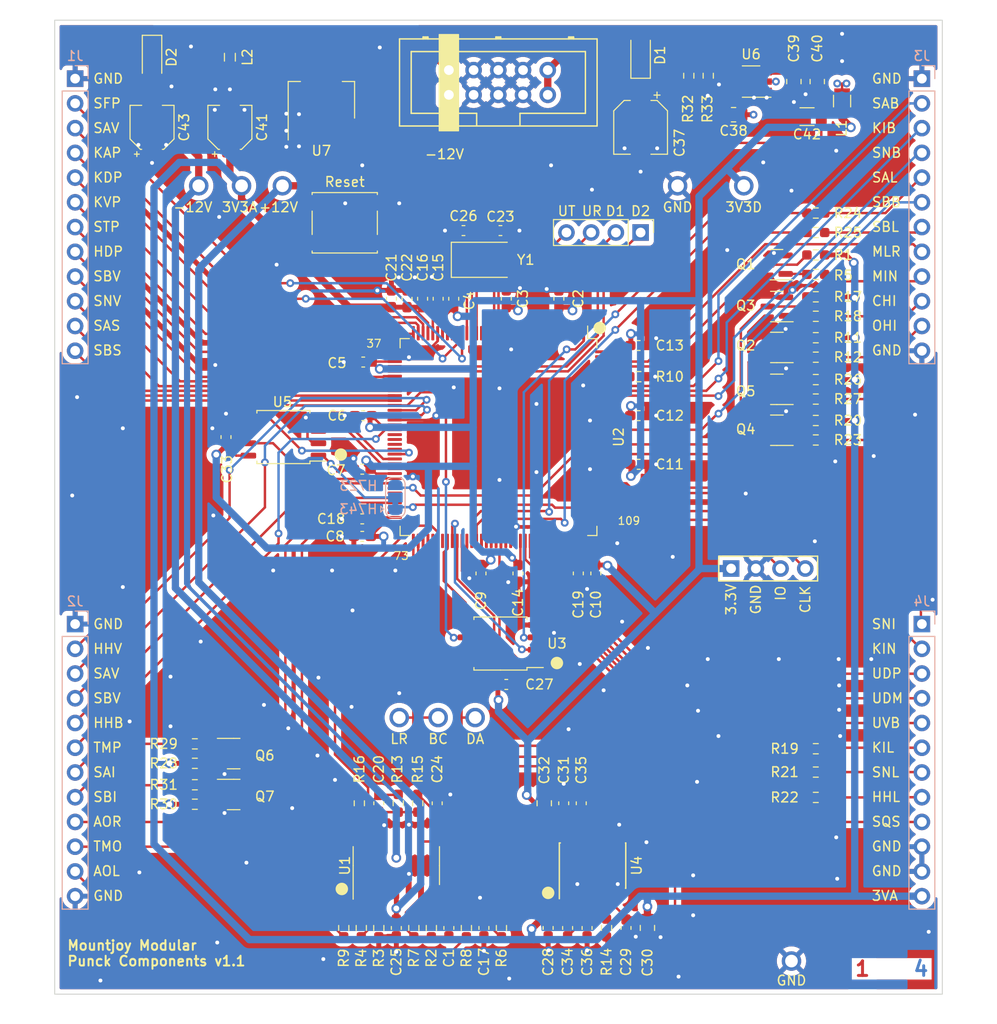
<source format=kicad_pcb>
(kicad_pcb (version 20211014) (generator pcbnew)
  (layers (0 "F.Cu" signal) (1 "In1.Cu" signal) (2 "In2.Cu" signal) (31 "B.Cu" signal) (34 "B.Paste" user) (35 "F.Paste" user) (36 "B.SilkS" user "B.Silkscreen") (37 "F.SilkS" user "F.Silkscreen") (38 "B.Mask" user) (39 "F.Mask" user) (44 "Edge.Cuts" user))
  (net 0 "")
  (net 1 "+3.3VA")
  (net 2 "/KICK_IN")
  (net 3 "/SN_BTN")
  (net 4 "/SN_LED")
  (net 5 "/HH_BTN")
  (net 6 "/HH_LED")
  (net 7 "/SA_BTN")
  (net 8 "/SA_LED")
  (net 9 "/SNARE_IN")
  (net 10 "GND")
  (net 11 "/KI_BTN")
  (net 12 "/KI_LED")
  (net 13 "/CH_IN")
  (net 14 "/SB_BTN")
  (net 15 "/SB_LED")
  (net 16 "/KICK_ATTACK_POT")
  (net 17 "/KICK_DECAY_POT")
  (net 18 "/KICK_VOL_POT")
  (net 19 "/SNARE_FILTER_POT")
  (net 20 "/SNARE_TUNING_POT")
  (net 21 "/SNARE_VOL_POT")
  (net 22 "/OH_IN")
  (net 23 "/HIHAT_DECAY_POT")
  (net 24 "/HIHAT_VOL_POT")
  (net 25 "/SAMPLER_A_VOICE_POT")
  (net 26 "/SAMPLER_A_SPEED_POT")
  (net 27 "/SAMPLER_A_VOL_POT")
  (net 28 "/SAMPLER_B_VOICE_POT")
  (net 29 "/SAMPLER_B_SPEED_POT")
  (net 30 "/SAMPLER_B_VOL_POT")
  (net 31 "/TEMPO_OUT")
  (net 32 "/USB_DP")
  (net 33 "/USB_DM")
  (net 34 "/USB_VBUS")
  (net 35 "/MIDI_IN")
  (net 36 "/MIDI_LEARN")
  (net 37 "/SEQ_SELECT")
  (net 38 "/TEMPO_POT")
  (net 39 "/AUDIO_OUT_R")
  (net 40 "/AUDIO_OUT_L")
  (net 41 "/SWCLK")
  (net 42 "/SWIO")
  (net 43 "+3V3")
  (net 44 "-12V")
  (net 45 "+12V")
  (net 46 "/VSW")
  (net 47 "/CB")
  (net 48 "Net-(Q1-Pad1)")
  (net 49 "/KICK_CLAMP")
  (net 50 "Net-(Q2-Pad1)")
  (net 51 "/SAMPLER_A_CLAMP")
  (net 52 "Net-(Q3-Pad1)")
  (net 53 "/SNARE_CLAMP")
  (net 54 "Net-(Q4-Pad1)")
  (net 55 "/SAMPLER_B_CLAMP")
  (net 56 "Net-(Q5-Pad1)")
  (net 57 "/CH_CLAMP")
  (net 58 "Net-(Q6-Pad1)")
  (net 59 "Net-(Q7-Pad1)")
  (net 60 "/OH_CLAMP")
  (net 61 "/SAMPLER_A_IN")
  (net 62 "/SAMPLER_B_IN")
  (net 63 "/KI_LED_OUT")
  (net 64 "/SN_LED_OUT")
  (net 65 "/HH_LED_OUT")
  (net 66 "Net-(RESET1-Pad1)")
  (net 67 "/SA_LED_OUT")
  (net 68 "/SB_LED_OUT")
  (net 69 "VCC")
  (net 70 "VEE")
  (net 82 "/DAC_DATA")
  (net 83 "/DAC1")
  (net 84 "/DAC2")
  (net 85 "/QSPI_CLK")
  (net 90 "/QSPI_BK2_IO0")
  (net 91 "/QSPI_BK2_IO1")
  (net 92 "/QSPI_BK2_IO2")
  (net 93 "/QSPI_BK2_IO3")
  (net 99 "/QSPI_BK1_IO0")
  (net 100 "/QSPI_BK1_IO1")
  (net 101 "/QSPI_BK1_IO3")
  (net 106 "/QSPI_BK1_NCS")
  (net 110 "Net-(C17-Pad1)")
  (net 113 "/QSPI_BK2_NCS")
  (net 117 "/DAC_BCLK")
  (net 126 "/DAC_LRCLK")
  (net 127 "/QSPI_BK1_IO2")
  (net 128 "/DAC_OUT_L")
  (net 129 "/DAC_OUT_R")
  (net 131 "Net-(C20-Pad1)")
  (net 132 "Net-(C23-Pad1)")
  (net 133 "Net-(C24-Pad1)")
  (net 134 "/FB")
  (net 135 "Net-(C35-Pad2)")
  (net 136 "/VO")
  (net 142 "/TEMPO_CLOCK")
  (net 143 "Net-(U1-Pad8)")
  (net 145 "/OCTOSPIM_P2_NCS")
  (net 146 "Net-(JP1-Pad2)")
  (net 147 "/UART_RX")
  (net 148 "/UART_TX")
  (net 149 "Net-(C1-Pad1)")
  (net 150 "Net-(C1-Pad2)")
  (net 151 "Net-(C18-Pad1)")
  (net 152 "Net-(C19-Pad1)")
  (net 153 "Net-(C20-Pad2)")
  (net 154 "Net-(C26-Pad1)")
  (net 155 "Net-(C34-Pad1)")
  (net 156 "Net-(C34-Pad2)")
  (net 157 "Net-(C36-Pad1)")
  (net 158 "/MIDI_UART")
  (net 159 "Net-(R3-Pad1)")
  (net 160 "Net-(R4-Pad1)")
  (net 161 "Net-(R10-Pad2)")
  (footprint "Resistor_SMD:R_0603_1608Metric_Pad0.98x0.95mm_HandSolder" (layer "F.Cu") (at 148.2 88.9 180)
    (fp_text reference "R27")
    (fp_text value "4k7")
  )
  (footprint "Resistor_SMD:R_0603_1608Metric_Pad0.98x0.95mm_HandSolder" (layer "F.Cu") (at 148.2 129.8 180)
    (fp_text reference "R22")
    (fp_text value "560")
  )
  (footprint "Resistor_SMD:R_0603_1608Metric_Pad0.98x0.95mm_HandSolder" (layer "F.Cu") (at 148.2 80.4 180)
    (fp_text reference "R18")
    (fp_text value "4k7")
  )
  (footprint "Resistor_SMD:R_0603_1608Metric_Pad0.98x0.95mm_HandSolder" (layer "F.Cu") (at 112.3 143.2 -90)
    (fp_text reference "R8")
    (fp_text value "1k")
  )
  (footprint "Custom_Footprints:Eurorack_10_pin_header" (layer "F.Cu") (at 110.5 57.6625)
    (fp_text reference "J7" hide)
    (fp_text value "Eurorack_10_pin_power")
  )
  (footprint "Capacitor_SMD:C_0603_1608Metric_Pad1.08x0.95mm_HandSolder" (layer "F.Cu") (at 116.4 78.6 -90)
    (fp_text reference "C3")
    (fp_text value "100nF")
  )
  (footprint "Resistor_SMD:R_0805_2012Metric" (layer "F.Cu") (at 148.35 56.3 -90)
    (fp_text reference "C40")
    (fp_text value "10uF")
  )
  (footprint "Package_TO_SOT_SMD:SOT-223-3_TabPin2" (layer "F.Cu") (at 97.4 58.2 90)
    (fp_text reference "U7")
    (fp_text value "LD1117-3.3-4Tab")
  )
  (footprint "Resistor_SMD:R_0603_1608Metric_Pad0.98x0.95mm_HandSolder" (layer "F.Cu") (at 148.2 78.4)
    (fp_text reference "R17")
    (fp_text value "4k7")
  )
  (footprint "Resistor_SMD:R_0603_1608Metric_Pad0.98x0.95mm_HandSolder" (layer "F.Cu") (at 84.4 126.3 180)
    (fp_text reference "R28")
    (fp_text value "4k7")
  )
  (footprint "Custom_Footprints:1.3mm_Test_Point" (layer "F.Cu") (at 145.7 146.6)
    (fp_text reference "TP9" hide)
    (fp_text value "TestPoint")
  )
  (footprint "Resistor_SMD:R_0603_1608Metric_Pad0.98x0.95mm_HandSolder" (layer "F.Cu") (at 148.2 76.1 180)
    (fp_text reference "R5")
    (fp_text value "4k7")
  )
  (footprint "Custom_Footprints:SSOP-20_4.4x6.5mm_Pitch0.65mm_Round_Pads" (layer "F.Cu") (at 125.3 136.8 90)
    (fp_text reference "U4")
    (fp_text value "PCM5100APW")
  )
  (footprint "Resistor_SMD:R_0805_2012Metric" (layer "F.Cu") (at 145.95 56.3 -90)
    (fp_text reference "C39")
    (fp_text value "10uF")
  )
  (footprint "Resistor_SMD:R_0805_2012Metric" (layer "F.Cu") (at 139.75 59.7 180)
    (fp_text reference "C38")
    (fp_text value "100nF")
  )
  (footprint "Resistor_SMD:R_0603_1608Metric_Pad0.98x0.95mm_HandSolder" (layer "F.Cu") (at 84.4 130.5 180)
    (fp_text reference "R30")
    (fp_text value "4k7")
  )
  (footprint "Capacitor_SMD:C_0603_1608Metric_Pad1.08x0.95mm_HandSolder" (layer "F.Cu") (at 122.7 143.2 -90)
    (fp_text reference "C34")
    (fp_text value "2.2uF")
  )
  (footprint "Capacitor_SMD:C_0603_1608Metric_Pad1.08x0.95mm_HandSolder" (layer "F.Cu") (at 125.6 106.8 90)
    (fp_text reference "C10")
    (fp_text value "100nF")
  )
  (footprint "Package_TO_SOT_SMD:SOT-23" (layer "F.Cu") (at 88.38625 125.3)
    (fp_text reference "Q6")
    (fp_text value "MMBT3904")
  )
  (footprint "Capacitor_SMD:C_0603_1608Metric_Pad1.08x0.95mm_HandSolder" (layer "F.Cu") (at 109.3 130.4 90)
    (fp_text reference "C24")
    (fp_text value "2n2")
  )
  (footprint "Custom_Footprints:1.3mm_Test_Point" (layer "F.Cu") (at 109.4 121.6)
    (fp_text reference "TP3" hide)
    (fp_text value "TestPoint")
  )
  (footprint "Resistor_SMD:R_0603_1608Metric_Pad0.98x0.95mm_HandSolder" (layer "F.Cu") (at 106.9 143.2 90)
    (fp_text reference "R7")
    (fp_text value "15k")
  )
  (footprint "Custom_Footprints:4_Layer_Markers" (layer "F.Cu") (at 156 147.4)
    (fp_text reference "FID1" hide)
    (fp_text value "4_Layer_Marker")
  )
  (footprint "Capacitor_SMD:C_0603_1608Metric_Pad1.08x0.95mm_HandSolder" (layer "F.Cu") (at 105.1 143.2 -90)
    (fp_text reference "C25")
    (fp_text value "2.2uF")
  )
  (footprint "Resistor_SMD:R_0603_1608Metric_Pad0.98x0.95mm_HandSolder" (layer "F.Cu") (at 148.2 69.8 180)
    (fp_text reference "R24")
    (fp_text value "560")
  )
  (footprint "Capacitor_SMD:C_0805_2012Metric" (layer "F.Cu") (at 120.3 130.4 90)
    (fp_text reference "C32")
    (fp_text value "10uF")
  )
  (footprint "Resistor_SMD:R_0603_1608Metric_Pad0.98x0.95mm_HandSolder" (layer "F.Cu") (at 135.15 55.7 90)
    (fp_text reference "R32")
    (fp_text value "33k")
  )
  (footprint "Resistor_SMD:R_0603_1608Metric_Pad0.98x0.95mm_HandSolder" (layer "F.Cu") (at 101.5 143.2 -90)
    (fp_text reference "R4")
    (fp_text value "10k")
  )
  (footprint "Custom_Footprints:1.3mm_Test_Point" (layer "F.Cu") (at 84.8 67)
    (fp_text reference "TP8" hide)
    (fp_text value "TestPoint")
  )
  (footprint "Capacitor_SMD:C_0603_1608Metric_Pad1.08x0.95mm_HandSolder" (layer "F.Cu") (at 87.6 92.8 90)
    (fp_text reference "C33")
    (fp_text value "100nF")
  )
  (footprint "Capacitor_SMD:C_0805_2012Metric" (layer "F.Cu") (at 130.9 143.2 -90)
    (fp_text reference "C30")
    (fp_text value "10uF")
  )
  (footprint "Resistor_SMD:R_0603_1608Metric_Pad0.98x0.95mm_HandSolder" (layer "F.Cu") (at 99.7 143.2 -90)
    (fp_text reference "R9")
    (fp_text value "1k")
  )
  (footprint "Capacitor_SMD:C_0603_1608Metric_Pad1.08x0.95mm_HandSolder" (layer "F.Cu") (at 111 78.6 -90)
    (fp_text reference "C4")
    (fp_text value "100nF")
  )
  (footprint "Capacitor_SMD:C_0603_1608Metric_Pad1.08x0.95mm_HandSolder" (layer "F.Cu") (at 122.3 130.4 90)
    (fp_text reference "C31")
    (fp_text value "100nF")
  )
  (footprint "Capacitor_SMD:C_0603_1608Metric_Pad1.08x0.95mm_HandSolder" (layer "F.Cu") (at 124.7 143.2 -90)
    (fp_text reference "C36")
    (fp_text value "2.2uF")
  )
  (footprint "Package_SO:SOIC-8_5.23x5.23mm_P1.27mm" (layer "F.Cu") (at 93.5 92.8 180)
    (fp_text reference "U5")
    (fp_text value "W25Q128JVS")
  )
  (footprint "Package_TO_SOT_SMD:SOT-23" (layer "F.Cu") (at 144.1625 75.1 180)
    (fp_text reference "Q1")
    (fp_text value "MMBT3904")
  )
  (footprint "Package_TO_SOT_SMD:SOT-23" (layer "F.Cu") (at 144.2 92.1 180)
    (fp_text reference "Q4")
    (fp_text value "MMBT3904")
  )
  (footprint "Custom_Footprints:1.3mm_Test_Point" (layer "F.Cu") (at 93.4 67)
    (fp_text reference "TP7" hide)
    (fp_text value "TestPoint")
  )
  (footprint "Resistor_SMD:R_0603_1608Metric_Pad0.98x0.95mm_HandSolder" (layer "F.Cu") (at 148.2 71.8 180)
    (fp_text reference "R25")
    (fp_text value "560")
  )
  (footprint "Resistor_SMD:R_0603_1608Metric_Pad0.98x0.95mm_HandSolder" (layer "F.Cu") (at 137.15 55.7 -90)
    (fp_text reference "R33")
    (fp_text value "10k")
  )
  (footprint "Custom_Footprints:L_0806" (layer "F.Cu") (at 150.9 58.3 -90)
    (fp_text reference "L1")
    (fp_text value "3.3uH")
  )
  (footprint "Package_TO_SOT_SMD:SOT-23" (layer "F.Cu") (at 88.38625 129.5)
    (fp_text reference "Q7")
    (fp_text value "MMBT3904")
  )
  (footprint "Resistor_SMD:R_0603_1608Metric" (layer "F.Cu") (at 130 86.6 180)
    (fp_text reference "R10")
    (fp_text value "100k")
  )
  (footprint "Package_SO:SOIC-14_3.9x8.7mm_P1.27mm" (layer "F.Cu") (at 105.1 136.8 90)
    (fp_text reference "U1")
    (fp_text value "TL074")
  )
  (footprint "Resistor_SMD:R_0603_1608Metric_Pad0.98x0.95mm_HandSolder" (layer "F.Cu") (at 101.3 130.4 90)
    (fp_text reference "R16")
    (fp_text value "1k")
  )
  (footprint "Capacitor_SMD:C_0603_1608Metric_Pad1.08x0.95mm_HandSolder" (layer "F.Cu") (at 130 95.6 180)
    (fp_text reference "C11")
    (fp_text value "100nF")
  )
  (footprint "Resistor_SMD:R_0603_1608Metric_Pad0.98x0.95mm_HandSolder" (layer "F.Cu") (at 105.3 130.4 -90)
    (fp_text reference "R13")
    (fp_text value "47k")
  )
  (footprint "Connector_PinHeader_2.54mm:PinHeader_1x04_P2.54mm_Vertical" (layer "F.Cu") (at 130.2 71.8 -90)
    (fp_text reference "J5" hide)
    (fp_text value "Debug_Header")
  )
  (footprint "Package_TO_SOT_SMD:SOT-23" (layer "F.Cu") (at 144.2 83.6 180)
    (fp_text reference "Q2")
    (fp_text value "MMBT3904")
  )
  (footprint "Resistor_SMD:R_0603_1608Metric_Pad0.98x0.95mm_HandSolder" (layer "F.Cu") (at 148.2 93.1 180)
    (fp_text reference "R23")
    (fp_text value "4k7")
  )
  (footprint "Capacitor_SMD:C_0603_1608Metric_Pad1.08x0.95mm_HandSolder" (layer "F.Cu") (at 101.7 90.6)
    (fp_text reference "C6")
    (fp_text value "100nF")
  )
  (footprint "Capacitor_SMD:C_0603_1608Metric_Pad1.08x0.95mm_HandSolder" (layer "F.Cu") (at 120.7 143.2 -90)
    (fp_text reference "C28")
    (fp_text value "100nF")
  )
  (footprint "Capacitor_SMD:C_0603_1608Metric_Pad1.08x0.95mm_HandSolder" (layer "F.Cu") (at 130 83.4 180)
    (fp_text reference "C13")
    (fp_text value "100nF")
  )
  (footprint "Package_TO_SOT_SMD:SOT-23" (layer "F.Cu") (at 144.2 87.9 180)
    (fp_text reference "Q5")
    (fp_text value "MMBT3904")
  )
  (footprint "Resistor_SMD:R_0603_1608Metric_Pad0.98x0.95mm_HandSolder" (layer "F.Cu") (at 103.3 143.2 -90)
    (fp_text reference "R3")
    (fp_text value "15k")
  )
  (footprint "Capacitor_SMD:C_0603_1608Metric_Pad1.08x0.95mm_HandSolder" (layer "F.Cu") (at 117.6 106.8 90)
    (fp_text reference "C14")
    (fp_text value "100nF")
  )
  (footprint "Package_QFP:LQFP-144_20x20mm_P0.5mm" (layer "F.Cu") (at 115.6 92.8 -90)
    (fp_text reference "U2")
    (fp_text value "STM32H743ZITx")
  )
  (footprint "Crystal:Crystal_SMD_5032-2Pin_5.0x3.2mm" (layer "F.Cu") (at 113.8 74.6)
    (fp_text reference "Y1")
    (fp_text value "8MHz 20pF")
  )
  (footprint "Capacitor_SMD:C_0603_1608Metric_Pad1.08x0.95mm_HandSolder" (layer "F.Cu") (at 103.3 130.4 -90)
    (fp_text reference "C20")
    (fp_text value "100pF")
  )
  (footprint "Capacitor_SMD:C_0603_1608Metric_Pad1.08x0.95mm_HandSolder" (layer "F.Cu") (at 107.8 78.6 -90)
    (fp_text reference "C16")
    (fp_text value "1uF")
  )
  (footprint "Diode_SMD:D_SOD-123" (layer "F.Cu") (at 130.2 53.7125 90)
    (fp_text reference "D1")
    (fp_text value "1N5819")
  )
  (footprint "Capacitor_SMD:C_0603_1608Metric_Pad1.08x0.95mm_HandSolder" (layer "F.Cu") (at 101.7 85.1)
    (fp_text reference "C5")
    (fp_text value "100nF")
  )
  (footprint "Resistor_SMD:R_0603_1608Metric_Pad0.98x0.95mm_HandSolder" (layer "F.Cu") (at 84.4 124.3)
    (fp_text reference "R29")
    (fp_text value "4k7")
  )
  (footprint "Custom_Footprints:1.3mm_Test_Point" (layer "F.Cu") (at 105.4 121.6)
    (fp_text reference "TP1" hide)
    (fp_text value "TestPoint")
  )
  (footprint "Resistor_SMD:R_0603_1608Metric_Pad0.98x0.95mm_HandSolder" (layer "F.Cu") (at 115.9 143.2 90)
    (fp_text reference "R6")
    (fp_text value "1k")
  )
  (footprint "Capacitor_SMD:C_0603_1608Metric_Pad1.08x0.95mm_HandSolder" (layer "F.Cu") (at 112 71.6 180)
    (fp_text reference "C26")
    (fp_text value "30pF")
  )
  (footprint "Resistor_SMD:R_0603_1608Metric_Pad0.98x0.95mm_HandSolder" (layer "F.Cu") (at 84.4 128.5)
    (fp_text reference "R31")
    (fp_text value "4k7")
  )
  (footprint "Resistor_SMD:R_0603_1608Metric_Pad0.98x0.95mm_HandSolder" (layer "F.Cu") (at 108.7 143.2 -90)
    (fp_text reference "R2")
    (fp_text value "47k")
  )
  (footprint "Capacitor_SMD:C_0603_1608Metric_Pad1.08x0.95mm_HandSolder" (layer "F.Cu") (at 116.4 118.2)
    (fp_text reference "C27")
    (fp_text value "100nF")
  )
  (footprint "Custom_Footprints:1.3mm_Test_Point" (layer "F.Cu") (at 89.2 67)
    (fp_text reference "TP6" hide)
    (fp_text value "TestPoint")
  )
  (footprint "Package_SO:SOIC-8_5.23x5.23mm_P1.27mm" (layer "F.Cu") (at 115.8 114 180)
    (fp_text reference "U3")
    (fp_text value "W25Q128JVS")
  )
  (footprint "Capacitor_SMD:CP_Elec_4x5.8" (layer "F.Cu") (at 88 61 90)
    (fp_text reference "C41")
    (fp_text value "22uF")
  )
  (footprint "Custom_Footprints:SW_SPST_EVQQ2" (layer "F.Cu") (at 99.8 70.8 180)
    (fp_text reference "RESET1" hide)
    (fp_text value "SW_Push")
  )
  (footprint "Resistor_SMD:R_0603_1608Metric_Pad0.98x0.95mm_HandSolder" (layer "F.Cu") (at 148.2 86.9)
    (fp_text reference "R26")
    (fp_text value "4k7")
  )
  (footprint "Resistor_SMD:R_1206_3216Metric" (layer "F.Cu") (at 147.3 59.9 180)
    (fp_text reference "C42")
    (fp_text value "47uF")
  )
  (footprint "Inductor_SMD:L_0805_2012Metric" (layer "F.Cu") (at 88 53.8 90)
    (fp_text reference "L2")
    (fp_text value "L")
  )
  (footprint "Package_TO_SOT_SMD:SOT-23" (layer "F.Cu") (at 144.2 79.4 180)
    (fp_text reference "Q3")
    (fp_text value "MMBT3904")
  )
  (footprint "Resistor_SMD:R_0603_1608Metric_Pad0.98x0.95mm_HandSolder" (layer "F.Cu") (at 148.2 84.6 180)
    (fp_text reference "R12")
    (fp_text value "4k7")
  )
  (footprint "Capacitor_SMD:C_0603_1608Metric_Pad1.08x0.95mm_HandSolder" (layer "F.Cu") (at 101.6 101.2 180)
    (fp_text reference "C18")
    (fp_text value "2.2uF")
  )
  (footprint "Capacitor_SMD:C_0603_1608Metric_Pad1.08x0.95mm_HandSolder" (layer "F.Cu") (at 113.8 106.8 90)
    (fp_text reference "C9")
    (fp_text value "100nF")
  )
  (footprint "Diode_SMD:D_SOD-123" (layer "F.Cu") (at 80 53.8 -90)
    (fp_text reference "D2")
    (fp_text value "1N5819")
  )
  (footprint "Capacitor_SMD:C_0603_1608Metric_Pad1.08x0.95mm_HandSolder" (layer "F.Cu") (at 128.7 143.2 -90)
    (fp_text reference "C29")
    (fp_text value "100nF")
  )
  (footprint "Resistor_SMD:R_0603_1608Metric_Pad0.98x0.95mm_HandSolder" (layer "F.Cu") (at 148.2 91.1)
    (fp_text reference "R20")
    (fp_text value "4k7")
  )
  (footprint "Capacitor_SMD:C_0603_1608Metric_Pad1.08x0.95mm_HandSolder" (layer "F.Cu") (at 124.1 130.4 -90)
    (fp_text reference "C35")
    (fp_text value "100nF")
  )
  (footprint "Capacitor_SMD:C_0603_1608Metric_Pad1.08x0.95mm_HandSolder" (layer "F.Cu") (at 101.6 96.1)
    (fp_text reference "C7")
    (fp_text value "100nF")
  )
  (footprint "Capacitor_SMD:C_0603_1608Metric_Pad1.08x0.95mm_HandSolder" (layer "F.Cu") (at 121.8 78.6 -90)
    (fp_text reference "C2")
    (fp_text value "4.7uF")
  )
  (footprint "Capacitor_SMD:CP_Elec_4x5.8" (layer "F.Cu") (at 80 61 90)
    (fp_text reference "C43")
    (fp_text value "22uF")
  )
  (footprint "Capacitor_SMD:C_0603_1608Metric_Pad1.08x0.95mm_HandSolder" (layer "F.Cu") (at 130 90.6 180)
    (fp_text reference "C12")
    (fp_text value "100nF")
  )
  (footprint "Resistor_SMD:R_0603_1608Metric_Pad0.98x0.95mm_HandSolder" (layer "F.Cu") (at 107.3 130.4 90)
    (fp_text reference "R15")
    (fp_text value "15k")
  )
  (footprint "Package_TO_SOT_SMD:SOT-23-6_Handsoldering" (layer "F.Cu") (at 141.55 56.3 180)
    (fp_text reference "U6")
    (fp_text value "TPS561201")
  )
  (footprint "Capacitor_SMD:C_0603_1608Metric_Pad1.08x0.95mm_HandSolder" (layer "F.Cu") (at 104.6 78.6 -90)
    (fp_text reference "C21")
    (fp_text value "1uF")
  )
  (footprint "Capacitor_SMD:C_0603_1608Metric_Pad1.08x0.95mm_HandSolder" (layer "F.Cu") (at 114.1 143.2 -90)
    (fp_text reference "C17")
    (fp_text value "2n2")
  )
  (footprint "Custom_Footprints:1.3mm_Test_Point" (layer "F.Cu") (at 140.8 67)
    (fp_text reference "TP5" hide)
    (fp_text value "TestPoint")
  )
  (footprint "Custom_Footprints:SWD_header" (layer "F.Cu") (at 139.5 106.3)
    (fp_text reference "J6" hide)
    (fp_text value "SWD_Header")
  )
  (footprint "Capacitor_SMD:CP_Elec_5x5.8" (layer "F.Cu") (at 130.2 61 -90)
    (fp_text reference "C37")
    (fp_text value "47uF")
  )
  (footprint "Capacitor_SMD:C_0603_1608Metric_Pad1.08x0.95mm_HandSolder" (layer "F.Cu") (at 123.8 106.8 -90)
    (fp_text reference "C19")
    (fp_text value "2.2uF")
  )
  (footprint "Capacitor_SMD:C_0603_1608Metric_Pad1.08x0.95mm_HandSolder" (layer "F.Cu") (at 106.2 78.6 -90)
    (fp_text reference "C22")
    (fp_text value "100nF")
  )
  (footprint "Resistor_SMD:R_0603_1608Metric_Pad0.98x0.95mm_HandSolder" (layer "F.Cu") (at 148.2 127.2 180)
    (fp_text reference "R21")
    (fp_text value "560")
  )
  (footprint "Capacitor_SMD:C_0603_1608Metric_Pad1.08x0.95mm_HandSolder" (layer "F.Cu") (at 101.6 103)
    (fp_text reference "C8")
    (fp_text value "100nF")
  )
  (footprint "Custom_Footprints:1.3mm_Test_Point" (layer "F.Cu") (at 113.2 121.6)
    (fp_text reference "TP2" hide)
    (fp_text value "TestPoint")
  )
  (footprint "Capacitor_SMD:C_0603_1608Metric_Pad1.08x0.95mm_HandSolder" (layer "F.Cu") (at 109.4 78.6 -90)
    (fp_text reference "C15")
    (fp_text value "100nF")
  )
  (footprint "Resistor_SMD:R_0603_1608Metric_Pad0.98x0.95mm_HandSolder" (layer "F.Cu") (at 148.2 82.6)
    (fp_text reference "R11")
    (fp_text value "4k7")
  )
  (footprint "Resistor_SMD:R_0603_1608Metric_Pad0.98x0.95mm_HandSolder" (layer "F.Cu") (at 126.7 143.2 90)
    (fp_text reference "R14")
    (fp_text value "1k")
  )
  (footprint "Resistor_SMD:R_0603_1608Metric_Pad0.98x0.95mm_HandSolder" (layer "F.Cu") (at 148.2 74.1)
    (fp_text reference "R1")
    (fp_text value "4k7")
  )
  (footprint "Capacitor_SMD:C_0603_1608Metric_Pad1.08x0.95mm_HandSolder" (layer "F.Cu") (at 110.5 143.2 -90)
    (fp_text reference "C1")
    (fp_text value "100pF")
  )
  (footprint "Resistor_SMD:R_0603_1608Metric_Pad0.98x0.95mm_HandSolder" (layer "F.Cu") (at 148.2 124.8 180)
    (fp_text reference "R19")
    (fp_text value "560")
  )
  (footprint "Custom_Footprints:1.3mm_Test_Point" (layer "F.Cu") (at 134 67)
    (fp_text reference "TP4" hide)
    (fp_text value "TestPoint")
  )
  (footprint "Capacitor_SMD:C_0603_1608Metric_Pad1.08x0.95mm_HandSolder" (layer "F.Cu") (at 115.8 71.6)
    (fp_text reference "C23")
    (fp_text value "30pF")
  )
  (footprint "Connector_PinHeader_2.54mm:PinHeader_1x12_P2.54mm_Vertical" (layer "B.Cu") (at 159.1 56 180)
    (fp_text reference "J3")
    (fp_text value "Conn_01x12_Female")
  )
  (footprint "Connector_PinHeader_2.54mm:PinHeader_1x12_P2.54mm_Vertical" (layer "B.Cu") (at 72.1 56 180)
    (fp_text reference "J1")
    (fp_text value "Conn_01x12_Female")
  )
  (footprint "Connector_PinHeader_2.54mm:PinHeader_1x12_P2.54mm_Vertical" (layer "B.Cu") (at 159.1 112 180)
    (fp_text reference "J4")
    (fp_text value "Conn_01x12_Female")
  )
  (footprint "Connector_PinHeader_2.54mm:PinHeader_1x12_P2.54mm_Vertical" (layer "B.Cu") (at 72.1 112 180)
    (fp_text reference "J2")
    (fp_text value "Conn_01x12_Female")
  )
  (footprint "Jumper:SolderJumper-3_P1.3mm_Bridged12_RoundedPad1.0x1.5mm" (layer "B.Cu") (at 105 99 90)
    (fp_text reference "JP1" hide)
    (fp_text value "QSPI2_NCS_Select")
  )
  (gr_circle (center 126 81.6) (end 126.565685 81.6) (layer "F.SilkS") (width 0.15) (fill solid))
  (gr_circle (center 99.5 139.2) (end 98.934315 139.2) (layer "F.SilkS") (width 0.15) (fill solid))
  (gr_circle (center 121.6 116) (end 122.165685 116) (layer "F.SilkS") (width 0.15) (fill solid))
  (gr_circle (center 99.4 94.6) (end 99.965685 94.6) (layer "F.SilkS") (width 0.15) (fill solid))
  (gr_circle (center 120.7 139.6) (end 121.265685 139.6) (layer "F.SilkS") (width 0.15) (fill solid))
  (gr_rect locked (start 70 50) (end 161.2 150) (layer "Edge.Cuts") (width 0.1) (fill none))
  (gr_text "H743" (at 101.2 100.2) (layer "B.SilkS") (effects (font (size 1 1)) (justify mirror)))
  (gr_text "H723" (at 101.2 97.8) (layer "B.SilkS") (effects (font (size 1 1)) (justify mirror)))
  (gr_text "KVP" (at 75.404762 68.681815) (layer "F.SilkS") (effects (font (size 1 1))))
  (gr_text "73" (at 105.6 105) (layer "F.SilkS") (effects (font (size 0.8 0.8) (thickness 0.12))))
  (gr_text "SBV" (at 75.380953 119.609089) (layer "F.SilkS") (effects (font (size 1 1))))
  (gr_text "KIB" (at 155.214286 61.072726) (layer "F.SilkS") (effects (font (size 1 1))))
  (gr_text "HHV" (at 75.452381 114.536363) (layer "F.SilkS") (effects (font (size 1 1))))
  (gr_text "KIN" (at 155.22381 114.536363) (layer "F.SilkS") (effects (font (size 1 1))))
  (gr_text "DA" (at 113.2 123.8) (layer "F.SilkS") (effects (font (size 1 1))))
  (gr_text "3V3D" (at 140.8 69.2) (layer "F.SilkS") (effects (font (size 1 1))))
  (gr_text "GND" (at 155.485714 137.36363) (layer "F.SilkS") (effects (font (size 1 1))))
  (gr_text "Reset" (at 99.8 66.6) (layer "F.SilkS") (effects (font (size 1 1))))
  (gr_text "KIL" (at 155.104762 124.681815) (layer "F.SilkS") (effects (font (size 1 1))))
  (gr_text "SAV" (at 75.309524 61.072726) (layer "F.SilkS") (effects (font (size 1 1))))
  (gr_text "MLR" (at 155.452381 73.754541) (layer "F.SilkS") (effects (font (size 1 1))))
  (gr_text "SNB" (at 155.476191 63.609089) (layer "F.SilkS") (effects (font (size 1 1))))
  (gr_text "GND" (at 155.5 83.9) (layer "F.SilkS") (effects (font (size 1 1))))
  (gr_text "SBI" (at 75.190476 129.754541) (layer "F.SilkS") (effects (font (size 1 1))))
  (gr_text "TMP" (at 75.428572 124.681815) (layer "F.SilkS") (effects (font (size 1 1))))
  (gr_text "MIN" (at 155.309524 76.290904) (layer "F.SilkS") (effects (font (size 1 1))))
  (gr_text "SBV" (at 75.380953 76.290904) (layer "F.SilkS") (effects (font (size 1 1))))
  (gr_text "UDM" (at 155.557143 119.609089) (layer "F.SilkS") (effects (font (size 1 1))))
  (gr_text "UDP" (at 155.485714 117.072726) (layer "F.SilkS") (effects (font (size 1 1))))
  (gr_text "SBL" (at 155.357143 71.218178) (layer "F.SilkS") (effects (font (size 1 1))))
  (gr_text "UR" (at 125.2 69.6) (layer "F.SilkS") (effects (font (size 1 1))))
  (gr_text "AOL" (at 75.333334 137.36363) (layer "F.SilkS") (effects (font (size 1 1))))
  (gr_text "SQS" (at 155.438095 132.290904) (layer "F.SilkS") (effects (font (size 1 1))))
  (gr_text "SAB" (at 155.380953 58.536363) (layer "F.SilkS") (effects (font (size 1 1))))
  (gr_text "GND" (at 145.7 148.6) (layer "F.SilkS") (effects (font (size 1 1))))
  (gr_text "Mountjoy Modular\nPunck Components v1.1" (at 71.2 145.8) (layer "F.SilkS") (effects (font (size 1 1) (thickness 0.2)) (justify left)))
  (gr_text "D2" (at 130.2 69.6) (layer "F.SilkS") (effects (font (size 1 1))))
  (gr_text "HHL" (at 155.414286 129.754541) (layer "F.SilkS") (effects (font (size 1 1))))
  (gr_text "3VA" (at 155.295238 139.9) (layer "F.SilkS") (effects (font (size 1 1))))
  (gr_text "GND" (at 75.5 112) (layer "F.SilkS") (effects (font (size 1 1))))
  (gr_text "GND" (at 134 69.2) (layer "F.SilkS") (effects (font (size 1 1))))
  (gr_text "SNL" (at 155.366667 127.218178) (layer "F.SilkS") (effects (font (size 1 1))))
  (gr_text "-12V" (at 84.2 69.2) (layer "F.SilkS") (effects (font (size 1 1))))
  (gr_text "HHB" (at 75.52381 122.145452) (layer "F.SilkS") (effects (font (size 1 1))))
  (gr_text "SNI" (at 155.2 112) (layer "F.SilkS") (effects (font (size 1 1))))
  (gr_text "+12V" (at 93 69.2) (layer "F.SilkS") (effects (font (size 1 1))))
  (gr_text "GND" (at 155.5 56) (layer "F.SilkS") (effects (font (size 1 1))))
  (gr_text "SNV" (at 75.404762 78.827267) (layer "F.SilkS") (effects (font (size 1 1))))
  (gr_text "STP" (at 75.333334 71.218178) (layer "F.SilkS") (effects (font (size 1 1))))
  (gr_text "SBB" (at 155.452381 68.681815) (layer "F.SilkS") (effects (font (size 1 1))))
  (gr_text "AOR" (at 75.428572 132.290904) (layer "F.SilkS") (effects (font (size 1 1))))
  (gr_text "CHI" (at 155.238096 78.827267) (layer "F.SilkS") (effects (font (size 1 1))))
  (gr_text "BC" (at 109.4 123.8) (layer "F.SilkS") (effects (font (size 1 1))))
  (gr_text "3V3A" (at 89 69.2) (layer "F.SilkS") (effects (font (size 1 1))))
  (gr_text "GND" (at 155.485714 134.827267) (layer "F.SilkS") (effects (font (size 1 1))))
  (gr_text "SFP" (at 75.380953 58.536363) (layer "F.SilkS") (effects (font (size 1 1))))
  (gr_text "SBS" (at 75.428572 83.9) (layer "F.SilkS") (effects (font (size 1 1))))
  (gr_text "OHI" (at 155.261905 81.36363) (layer "F.SilkS") (effects (font (size 1 1))))
  (gr_text "TMO" (at 75.452381 134.827267) (layer "F.SilkS") (effects (font (size 1 1))))
  (gr_text "HDP" (at 75.5 73.754541) (layer "F.SilkS") (effects (font (size 1 1))))
  (gr_text "LR" (at 105.4 123.8) (layer "F.SilkS") (effects (font (size 1 1))))
  (gr_text "SAL" (at 155.285715 66.145452) (layer "F.SilkS") (effects (font (size 1 1))))
  (gr_text "SAS" (at 75.357143 81.36363) (layer "F.SilkS") (effects (font (size 1 1))))
  (gr_text "37" (at 102.8 83.2) (layer "F.SilkS") (effects (font (size 0.8 0.8) (thickness 0.12))))
  (gr_text "KDP" (at 75.476191 66.145452) (layer "F.SilkS") (effects (font (size 1 1))))
  (gr_text "D1" (at 127.6 69.6) (layer "F.SilkS") (effects (font (size 1 1))))
  (gr_text "109" (at 129 101.4) (layer "F.SilkS") (effects (font (size 0.8 0.8) (thickness 0.12))))
  (gr_text "GND" (at 75.5 139.9) (layer "F.SilkS") (effects (font (size 1 1))))
  (gr_text "UT" (at 122.6 69.6) (layer "F.SilkS") (effects (font (size 1 1))))
  (gr_text "UVB" (at 155.414286 122.145452) (layer "F.SilkS") (effects (font (size 1 1))))
  (gr_text "SAI" (at 75.119048 127.218178) (layer "F.SilkS") (effects (font (size 1 1))))
  (gr_text "SAV" (at 75.309524 117.072726) (layer "F.SilkS") (effects (font (size 1 1))))
  (gr_text "KAP" (at 75.404762 63.609089) (layer "F.SilkS") (effects (font (size 1 1))))
  (gr_text "GND" (at 75.5 56) (layer "F.SilkS") (effects (font (size 1 1))))
  (segment (start 149.10625 74.1) (end 151.3 74.1) (width 0.5) (layer "F.Cu") (net 1))
  (segment (start 89.2 67) (end 89.2 68.414213) (width 0.75) (layer "F.Cu") (net 1))
  (segment (start 108.35 82.1375) (end 108.35 81.063588) (width 0.25) (layer "F.Cu") (net 1))
  (segment (start 104.6 79.4625) (end 106.2 79.4625) (width 0.5) (layer "F.Cu") (net 1))
  (segment (start 126.925 140.350361) (end 126.925 139.7) (width 0.25) (layer "F.Cu") (net 1))
  (segment (start 100.248287 79.4625) (end 104.6 79.4625) (width 0.75) (layer "F.Cu") (net 1))
  (segment (start 109.4 79.4625) (end 107.8 79.4625) (width 0.5) (layer "F.Cu") (net 1))
  (segment (start 130.9 142.25) (end 130.9 141) (width 0.75) (layer "F.Cu") (net 1))
  (segment (start 120.7 142.3375) (end 120.7 141.5875) (width 0.25) (layer "F.Cu") (net 1))
  (segment (start 122.375 139.9125) (end 122.375 139.7) (width 0.25) (layer "F.Cu") (net 1))
  (segment (start 89.2 68.414213) (end 100.248287 79.4625) (width 0.75) (layer "F.Cu") (net 1))
  (segment (start 149.1125 91.1) (end 152.2 91.1) (width 0.5) (layer "F.Cu") (net 1))
  (segment (start 88 54.8625) (end 88.4625 54.8625) (width 0.75) (layer "F.Cu") (net 1))
  (segment (start 149.1125 82.6) (end 152.2 82.6) (width 0.5) (layer "F.Cu") (net 1))
  (segment (start 83.4875 126.3) (end 81.78625 126.3) (width 0.5) (layer "F.Cu") (net 1))
  (segment (start 90.6 60.2) (end 88 62.8) (width 0.75) (layer "F.Cu") (net 1))
  (segment (start 149.1125 86.9) (end 152.2 86.9) (width 0.5) (layer "F.Cu") (net 1))
  (segment (start 88.4625 54.8625) (end 90.6 57) (width 0.75) (layer "F.Cu") (net 1))
  (segment (start 109.4 79.4625) (end 108.85 80.0125) (width 0.25) (layer "F.Cu") (net 1))
  (segment (start 151.3 74.1) (end 152.1 74.9) (width 0.5) (layer "F.Cu") (net 1))
  (segment (start 149.1125 78.4) (end 152.1 78.4) (width 0.5) (layer "F.Cu") (net 1))
  (segment (start 128.7 142.3375) (end 128.7 142.125361) (width 0.25) (layer "F.Cu") (net 1))
  (segment (start 90.6 57) (end 90.6 60.2) (width 0.75) (layer "F.Cu") (net 1))
  (segment (start 108.85 80.0125) (end 108.85 82.1375) (width 0.25) (layer "F.Cu") (net 1))
  (segment (start 108.35 81.063588) (end 106.748912 79.4625) (width 0.25) (layer "F.Cu") (net 1))
  (segment (start 120.7 141.5875) (end 122.375 139.9125) (width 0.25) (layer "F.Cu") (net 1))
  (segment (start 128.7 142.3375) (end 128.7875 142.25) (width 0.5) (layer "F.Cu") (net 1))
  (segment (start 88 65.8) (end 88 62.8) (width 0.75) (layer "F.Cu") (net 1))
  (segment (start 89.2 67) (end 88 65.8) (width 0.75) (layer "F.Cu") (net 1))
  (segment (start 106.2 79.4625) (end 107.8 79.4625) (width 0.5) (layer "F.Cu") (net 1))
  (segment (start 119.9625 142.3375) (end 119 143.3) (width 0.75) (layer "F.Cu") (net 1))
  (segment (start 83.4875 130.5) (end 81.78625 130.5) (width 0.5) (layer "F.Cu") (net 1))
  (segment (start 128.7 142.125361) (end 126.925 140.350361) (width 0.25) (layer "F.Cu") (net 1))
  (segment (start 120.7 142.3375) (end 119.9625 142.3375) (width 0.75) (layer "F.Cu") (net 1))
  (segment (start 128.7875 142.25) (end 130.9 142.25) (width 0.5) (layer "F.Cu") (net 1))
  (via (at 81.78625 126.3) (size 1) (drill 0.6) (layers "F.Cu" "B.Cu") (net 1))
  (via (at 152.2 86.9) (size 1) (drill 0.6) (layers "F.Cu" "B.Cu") (net 1))
  (via (at 119 143.3) (size 1) (drill 0.6) (layers "F.Cu" "B.Cu") (net 1))
  (via (at 152.2 91.1) (size 1) (drill 0.6) (layers "F.Cu" "B.Cu") (net 1))
  (via (at 81.78625 130.5) (size 1) (drill 0.6) (layers "F.Cu" "B.Cu") (net 1))
  (via (at 152.2 78.5) (size 1) (drill 0.6) (layers "F.Cu" "B.Cu") (net 1))
  (via (at 152.2 82.6) (size 1) (drill 0.6) (layers "F.Cu" "B.Cu") (net 1))
  (via (at 152.1 74.9) (size 1) (drill 0.6) (layers "F.Cu" "B.Cu") (net 1))
  (via (at 130.9 141) (size 1) (drill 0.6) (layers "F.Cu" "B.Cu") (net 1))
  (segment (start 130.16 139.94) (end 130.96 139.94) (width 0.75) (layer "B.Cu") (net 1))
  (segment (start 152.2 139.8) (end 152.06 139.94) (width 0.75) (layer "B.Cu") (net 1))
  (segment (start 130.9 140) (end 130.96 139.94) (width 0.75) (layer "B.Cu") (net 1))
  (segment (start 119 144.2) (end 119.2 144.4) (width 0.75) (layer "B.Cu") (net 1))
  (segment (start 130.96 139.94) (end 152.06 139.94) (width 0.75) (layer "B.Cu") (net 1))
  (segment (start 152.2 75) (end 152.1 74.9) (width 0.75) (layer "B.Cu") (net 1))
  (segment (start 119.2 144.4) (end 125.7 144.4) (width 0.75) (layer "B.Cu") (net 1))
  (segment (start 80.38625 126.3) (end 81.78625 126.3) (width 0.5) (layer "B.Cu") (net 1))
  (segment (start 86.8 64.6) (end 82.8 64.6) (width 0.75) (layer "B.Cu") (net 1))
  (segment (start 152.2 75) (end 152.2 139.8) (width 0.75) (layer "B.Cu") (net 1))
  (segment (start 90 144.4) (end 119.2 144.4) (width 0.75) (layer "B.Cu") (net 1))
  (segment (start 82.8 64.6) (end 80.2 67.2) (width 0.75) (layer "B.Cu") (net 1))
  (segment (start 119 143.3) (end 119 144.2) (width 0.75) (layer "B.Cu") (net 1))
  (segment (start 125.7 144.4) (end 130.16 139.94) (width 0.75) (layer "B.Cu") (net 1))
  (segment (start 89.2 67) (end 86.8 64.6) (width 0.75) (layer "B.Cu") (net 1))
  (segment (start 152.06 139.94) (end 159 139.94) (width 0.75) (layer "B.Cu") (net 1))
  (segment (start 81.78625 130.5) (end 80.38625 130.5) (width 0.5) (layer "B.Cu") (net 1))
  (segment (start 80.2 67.2) (end 80.2 134.6) (width 0.75) (layer "B.Cu") (net 1))
  (segment (start 80.2 134.6) (end 90 144.4) (width 0.75) (layer "B.Cu") (net 1))
  (segment (start 130.9 141) (end 130.9 140) (width 0.75) (layer "B.Cu") (net 1))
  (segment (start 157.1 112.64) (end 157.1 95.2) (width 0.25) (layer "F.Cu") (net 2))
  (segment (start 155 93.1) (end 149.1125 93.1) (width 0.25) (layer "F.Cu") (net 2))
  (segment (start 159 114.54) (end 157.1 112.64) (width 0.25) (layer "F.Cu") (net 2))
  (segment (start 157.1 95.2) (end 155 93.1) (width 0.25) (layer "F.Cu") (net 2))
  (segment (start 138.15 88.55) (end 138.2 88.6) (width 0.25) (layer "F.Cu") (net 3))
  (segment (start 126.2625 88.55) (end 138.15 88.55) (width 0.25) (layer "F.Cu") (net 3))
  (via (at 138.2 88.6) (size 0.8) (drill 0.4) (layers "F.Cu" "B.Cu") (net 3))
  (segment (start 139.8 87) (end 138.2 88.6) (width 0.25) (layer "B.Cu") (net 3))
  (segment (start 159 63.62) (end 158.78 63.62) (width 0.25) (layer "B.Cu") (net 3))
  (segment (start 158.78 63.62) (end 139.8 82.6) (width 0.25) (layer "B.Cu") (net 3))
  (segment (start 139.8 82.6) (end 139.8 87) (width 0.25) (layer "B.Cu") (net 3))
  (segment (start 149.1125 127.2) (end 158.96 127.2) (width 0.25) (layer "F.Cu") (net 4))
  (segment (start 158.96 127.2) (end 159 127.24) (width 0.25) (layer "F.Cu") (net 4))
  (segment (start 104.9375 97.55) (end 96.61 97.55) (width 0.25) (layer "F.Cu") (net 5))
  (segment (start 96.61 97.55) (end 72 122.16) (width 0.25) (layer "F.Cu") (net 5))
  (segment (start 155.4925 129.78) (end 155.4725 129.8) (width 0.25) (layer "F.Cu") (net 6))
  (segment (start 155.4725 129.8) (end 149.1125 129.8) (width 0.25) (layer "F.Cu") (net 6))
  (segment (start 159 129.78) (end 155.4925 129.78) (width 0.25) (layer "F.Cu") (net 6))
  (segment (start 135.65 87.55) (end 138.2 85) (width 0.25) (layer "F.Cu") (net 7))
  (segment (start 126.2625 87.55) (end 135.65 87.55) (width 0.25) (layer "F.Cu") (net 7))
  (via (at 138.2 85) (size 0.8) (drill 0.4) (layers "F.Cu" "B.Cu") (net 7))
  (segment (start 157.86 58.54) (end 138.2 78.2) (width 0.25) (layer "B.Cu") (net 7))
  (segment (start 159 58.54) (end 157.86 58.54) (width 0.25) (layer "B.Cu") (net 7))
  (segment (start 138.2 78.2) (end 138.2 85) (width 0.25) (layer "B.Cu") (net 7))
  (segment (start 149.1125 69.8) (end 155.36 69.8) (width 0.25) (layer "F.Cu") (net 8))
  (segment (start 155.36 69.8) (end 159 66.16) (width 0.25) (layer "F.Cu") (net 8))
  (segment (start 153.9 88.9) (end 149.1125 88.9) (width 0.25) (layer "F.Cu") (net 9))
  (segment (start 159 94) (end 153.9 88.9) (width 0.25) (layer "F.Cu") (net 9))
  (segment (start 159 94) (end 159 112) (width 0.25) (layer "F.Cu") (net 9))
  (segment (start 124.975 130.4125) (end 124.1 129.5375) (width 0.25) (layer "F.Cu") (net 10))
  (segment (start 124.975 133.9) (end 124.975 130.4125) (width 0.25) (layer "F.Cu") (net 10))
  (segment (start 125.05 96.05) (end 125 96.1) (width 0.25) (layer "F.Cu") (net 10))
  (segment (start 123.675 139.7) (end 123.675 138.725) (width 0.25) (layer "F.Cu") (net 10))
  (segment (start 123.675 138.725) (end 123.7 138.7) (width 0.25) (layer "F.Cu") (net 10))
  (segment (start 123.1 130.3375) (end 122.3 129.5375) (width 0.25) (layer "F.Cu") (net 10))
  (segment (start 104.9375 96.05) (end 106 96.05) (width 0.25) (layer "F.Cu") (net 10))
  (segment (start 128.225 132.825) (end 128 132.6) (width 0.25) (layer "F.Cu") (net 10))
  (segment (start 126.2625 96.05) (end 125.05 96.05) (width 0.25) (layer "F.Cu") (net 10))
  (segment (start 116.85 83.75) (end 116.9 83.8) (width 0.25) (layer "F.Cu") (net 10))
  (segment (start 106.35 84.55) (end 106.4 84.6) (width 0.25) (layer "F.Cu") (net 10))
  (segment (start 124.8 106.8625) (end 125.6 107.6625) (width 0.25) (layer "F.Cu") (net 10))
  (segment (start 104.9375 91.05) (end 108.75 91.05) (width 0.25) (layer "F.Cu") (net 10))
  (segment (start 116.85 82.1375) (end 116.85 83.75) (width 0.25) (layer "F.Cu") (net 10))
  (segment (start 123.85 103.4625) (end 123.85 104.265685) (width 0.25) (layer "F.Cu") (net 10))
  (segment (start 128.225 133.9) (end 128.225 132.825) (width 0.25) (layer "F.Cu") (net 10))
  (segment (start 123.85 104.265685) (end 124.8 105.215685) (width 0.25) (layer "F.Cu") (net 10))
  (segment (start 125.05 91.05) (end 125 91.1) (width 0.25) (layer "F.Cu") (net 10))
  (segment (start 107.690685 84.6) (end 106.4 84.6) (width 0.25) (layer "F.Cu") (net 10))
  (segment (start 104.9375 84.55) (end 106.35 84.55) (width 0.25) (layer "F.Cu") (net 10))
  (segment (start 109.35 82.940685) (end 107.690685 84.6) (width 0.25) (layer "F.Cu") (net 10))
  (segment (start 109.35 82.1375) (end 109.35 82.940685) (width 0.25) (layer "F.Cu") (net 10))
  (segment (start 117.35 103.4625) (end 117.35 102.05) (width 0.25) (layer "F.Cu") (net 10))
  (segment (start 111.85 106.55) (end 112.6 107.3) (width 0.25) (layer "F.Cu") (net 10))
  (segment (start 123.1 133.825) (end 123.1 130.3375) (width 0.25) (layer "F.Cu") (net 10))
  (segment (start 111.85 103.4625) (end 111.85 106.55) (width 0.25) (layer "F.Cu") (net 10))
  (segment (start 127.575 133.9) (end 127.575 133.025) (width 0.25) (layer "F.Cu") (net 10))
  (segment (start 117.35 102.05) (end 117.4 102) (width 0.25) (layer "F.Cu") (net 10))
  (segment (start 126.2625 91.05) (end 125.05 91.05) (width 0.25) (layer "F.Cu") (net 10))
  (segment (start 124.8 105.215685) (end 124.8 106.8625) (width 0.25) (layer "F.Cu") (net 10))
  (segment (start 108.75 91.05) (end 109.2 90.6) (width 0.25) (layer "F.Cu") (net 10))
  (segment (start 123.025 133.9) (end 123.1 133.825) (width 0.25) (layer "F.Cu") (net 10))
  (segment (start 127.575 133.025) (end 128 132.6) (width 0.25) (layer "F.Cu") (net 10))
  (segment (start 106 96.05) (end 106.8 96.85) (width 0.25) (layer "F.Cu") (net 10))
  (via (at 94.4 130.9) (size 0.8) (drill 0.4) (layers "F.Cu" "B.Cu") (net 10))
  (via (at 135.6 137.8) (size 0.8) (drill 0.4) (layers "F.Cu" "B.Cu") (net 10))
  (via (at 84 52.7) (size 0.8) (drill 0.4) (layers "F.Cu" "B.Cu") (net 10))
  (via (at 145.7 67.5) (size 0.8) (drill 0.4) (layers "F.Cu" "B.Cu") (net 10))
  (via (at 123.95 116.1) (size 0.8) (drill 0.4) (layers "F.Cu" "B.Cu") (net 10))
  (via (at 132.25 144.15) (size 0.8) (drill 0.4) (layers "F.Cu" "B.Cu") (net 10))
  (via (at 131.8 95.6) (size 0.8) (drill 0.4) (layers "F.Cu" "B.Cu") (net 10))
  (via (at 85 113.8) (size 0.8) (drill 0.4) (layers "F.Cu" "B.Cu") (net 10))
  (via (at 147.15 57.6) (size 0.8) (drill 0.4) (layers "F.Cu" "B.Cu") (net 10))
  (via (at 105.4 119.1) (size 0.8) (drill 0.4) (layers "F.Cu" "B.Cu") (net 10))
  (via (at 115.7 97.2) (size 0.8) (drill 0.4) (layers "F.Cu" "B.Cu") (net 10))
  (via (at 128.3 111.75) (size 0.8) (drill 0.4) (layers "F.Cu" "B.Cu") (net 10))
  (via (at 145.15 90.15) (size 0.8) (drill 0.4) (layers "F.Cu" "B.Cu") (net 10))
  (via (at 150.55 115.6) (size 0.8) (drill 0.4) (layers "F.Cu" "B.Cu") (net 10))
  (via (at 97.1 117.5) (size 0.8) (drill 0.4) (layers "F.Cu" "B.Cu") (net 10))
  (via (at 108.75 76.35) (size 0.8) (drill 0.4) (layers "F.Cu" "B.Cu") (net 10))
  (via (at 103.85 132.65) (size 0.8) (drill 0.4) (layers "F.Cu" "B.Cu") (net 10))
  (via (at 131.8 90.6) (size 0.8) (drill 0.4) (layers "F.Cu" "B.Cu") (net 10))
  (via (at 103.15 77.75) (size 0.8) (drill 0.4) (layers "F.Cu" "B.Cu") (net 10))
  (via (at 86.45 59.2) (size 0.8) (drill 0.4) (layers "F.Cu" "B.Cu") (net 10))
  (via (at 139.1 73.6) (size 0.8) (drill 0.4) (layers "F.Cu" "B.Cu") (net 10))
  (via (at 89.5 59.2) (size 0.8) (drill 0.4) (layers "F.Cu" "B.Cu") (net 10))
  (via (at 99.85 68.8) (size 0.8) (drill 0.4) (layers "F.Cu" "B.Cu") (net 10))
  (via (at 92.45 106.5) (size 0.8) (drill 0.4) (layers "F.Cu" "B.Cu") (net 10))
  (via (at 134.1 148.2) (size 0.8) (drill 0.4) (layers "F.Cu" "B.Cu") (net 10))
  (via (at 95.1 59.65) (size 0.8) (drill 0.4) (layers "F.Cu" "B.Cu") (net 10))
  (via (at 99.7 85.1) (size 0.8) (drill 0.4) (layers "F.Cu" "B.Cu") (net 10))
  (via (at 93.8 61.35) (size 0.8) (drill 0.4) (layers "F.Cu" "B.Cu") (net 10))
  (via (at 122.3 128.4) (size 0.8) (drill 0.4) (layers "F.Cu" "B.Cu") (net 10))
  (via (at 125 96.1) (size 0.8) (drill 0.4) (layers "F.Cu" "B.Cu") (net 10))
  (via (at 129.7 144.1) (size 0.8) (drill 0.4) (layers "F.Cu" "B.Cu") (net 10))
  (via (at 160.2 109.5) (size 0.8) (drill 0.4) (layers "F.Cu" "B.Cu") (net 10))
  (via (at 93.8 59.6) (size 0.8) (drill 0.4) (layers "F.Cu" "B.Cu") (net 10))
  (via (at 71.8 98.8) (size 0.8) (drill 0.4) (layers "F.Cu" "B.Cu") (net 10))
  (via (at 88 57.1) (size 0.8) (drill 0.4) (layers "F.Cu" "B.Cu") (net 10))
  (via (at 153.9 115.6) (size 0.8) (drill 0.4) (layers "F.Cu" "B.Cu") (net 10))
  (via (at 130.2 65.55) (size 0.8) (drill 0.4) (layers "F.Cu" "B.Cu") (net 10))
  (via (at 86.2 91.9) (size 0.8) (drill 0.4) (layers "F.Cu" "B.Cu") (net 10))
  (via (at 143.9 73.9) (size 0.8) (drill 0.4) (layers "F.Cu" "B.Cu") (net 10))
  (via (at 135.6 141.9) (size 0.8) (drill 0.4) (layers "F.Cu" "B.Cu") (net 10))
  (via (at 80 64.65) (size 0.8) (drill 0.4) (layers "F.Cu" "B.Cu") (net 10))
  (via (at 150.7 123.5) (size 0.8) (drill 0.4) (layers "F.Cu" "B.Cu") (net 10))
  (via (at 110.65 129.5) (size 0.8) (drill 0.4) (layers "F.Cu" "B.Cu") (net 10))
  (via (at 128.55 63.15) (size 0.8) (drill 0.4) (layers "F.Cu" "B.Cu") (net 10))
  (via (at 117.4 102) (size 0.8) (drill 0.4) (layers "F.Cu" "B.Cu") (net 10))
  (via (at 95.8 90.8) (size 0.8) (drill 0.4) (layers "F.Cu" "B.Cu") (net 10))
  (via (at 143.15 57.95) (size 0.8) (drill 0.4) (layers "F.Cu" "B.Cu") (net 10))
  (via (at 86.5 57.1) (size 0.8) (drill 0.4) (layers "F.Cu" "B.Cu") (net 10))
  (via (at 77.7 122) (size 0.8) (drill 0.4) (layers "F.Cu" "B.Cu") (net 10))
  (via (at 100.7 95) (size 0.8) (drill 0.4) (layers "F.Cu" "B.Cu") (net 10))
  (via (at 119.5 89.4) (size 0.8) (drill 0.4) (layers "F.Cu" "B.Cu") (net 10))
  (via (at 130.95 114.45) (size 0.8) (drill 0.4) (layers "F.Cu" "B.Cu") (net 10))
  (via (at 137.1 57.75) (size 0.8) (drill 0.4) (layers "F.Cu" "B.Cu") (net 10))
  (via (at 86.5 85.4) (size 0.8) (drill 0.4) (layers "F.Cu" "B.Cu") (net 10))
  (via (at 154.15 94.75) (size 0.8) (drill 0.4) (layers "F.Cu" "B.Cu") (net 10))
  (via (at 116.7 148.4) (size 0.8) (drill 0.4) (layers "F.Cu" "B.Cu") (net 10))
  (via (at 101.6 64.9) (size 0.8) (drill 0.4) (layers "F.Cu" "B.Cu") (net 10))
  (via (at 130.8 134.4) (size 0.8) (drill 0.4) (layers "F.Cu" "B.Cu") (net 10))
  (via (at 126.4 118.8) (size 0.8) (drill 0.4) (layers "F.Cu" "B.Cu") (net 10))
  (via (at 106.4 137.65) (size 0.8) (drill 0.4) (layers "F.Cu" "B.Cu") (net 10))
  (via (at 107 76.4) (size 0.8) (drill 0.4) (layers "F.Cu" "B.Cu") (net 10))
  (via (at 145.1 81.7) (size 0.8) (drill 0.4) (layers "F.Cu" "B.Cu") (net 10))
  (via (at 92.8 75.1) (size 0.8) (drill 0.4) (layers "F.Cu" "B.Cu") (net 10))
  (via (at 81.9 117.4) (size 0.8) (drill 0.4) (layers "F.Cu" "B.Cu") (net 10))
  (via (at 112.6 107.3) (size 0.8) (drill 0.4) (layers "F.Cu" "B.Cu") (net 10))
  (via (at 131.8 82.65) (size 0.8) (drill 0.4) (layers "F.Cu" "B.Cu") (net 10))
  (via (at 99.5 101.2) (size 0.8) (drill 0.4) (layers "F.Cu" "B.Cu") (net 10))
  (via (at 116.6 107.7) (size 0.8) (drill 0.4) (layers "F.Cu" "B.Cu") (net 10))
  (via (at 94 122.7) (size 0.8) (drill 0.4) (layers "F.Cu" "B.Cu") (net 10))
  (via (at 109.2 90.6) (size 0.8) (drill 0.4) (layers "F.Cu" "B.Cu") (net 10))
  (via (at 78.7 137.5) (size 0.8) (drill 0.4) (layers "F.Cu" "B.Cu") (net 10))
  (via (at 144.4 115.6) (size 0.8) (drill 0.4) (layers "F.Cu" "B.Cu") (net 10))
  (via (at 135 118.3) (size 0.8) (drill 0.4) (layers "F.Cu" "B.Cu") (net 10))
  (via (at 137.1 115.6) (size 0.8) (drill 0.4) (layers "F.Cu" "B.Cu") (net 10))
  (via (at 89.7 136.5) (size 0.8) (drill 0.4) (layers "F.Cu" "B.Cu") (net 10))
  (via (at 142.8 64.6) (size 0.8) (drill 0.4) (layers "F.Cu" "B.Cu") (net 10))
  (via (at 106.4 84.6) (size 0.8) (drill 0.4) (layers "F.Cu" "B.Cu") (net 10))
  (via (at 119.5 96.4) (size 0.8) (drill 0.4) (layers "F.Cu" "B.Cu") (net 10))
  (via (at 136.1 120.9) (size 0.8) (drill 0.4) (layers "F.Cu" "B.Cu") (net 10))
  (via (at 123.7 138.7) (size 0.8) (drill 0.4) (layers "F.Cu" "B.Cu") (net 10))
  (via (at 100.5 120.5) (size 0.8) (drill 0.4) (layers "F.Cu" "B.Cu") (net 10))
  (via (at 148.1 103.5) (size 0.8) (drill 0.4) (layers "F.Cu" "B.Cu") (net 10))
  (via (at 133.5 105.1) (size 0.8) (drill 0.4) (layers "F.Cu" "B.Cu") (net 10))
  (via (at 124.7 108.4) (size 0.8) (drill 0.4) (layers "F.Cu" "B.Cu") (net 10))
  (via (at 99.5 103) (size 0.8) (drill 0.4) (layers "F.Cu" "B.Cu") (net 10))
  (via (at 86.3 100.85) (size 0.8) (drill 0.4) (layers "F.Cu" "B.Cu") (net 10))
  (via (at 120.75 145.5) (size 0.8) (drill 0.4) (layers "F.Cu" "B.Cu") (net 10))
  (via (at 158.4 90.5) (size 0.8) (drill 0.4) (layers "F.Cu" "B.Cu") (net 10))
  (via (at 77 108.2) (size 0.8) (drill 0.4) (layers "F.Cu" "B.Cu") (net 10))
  (via (at 97 125.5) (size 0.8) (drill 0.4) (layers "F.Cu" "B.Cu") (net 10))
  (via (at 121.3 112.9) (size 0.8) (drill 0.4) (layers "F.Cu" "B.Cu") (net 10))
  (via (at 125.2 67.4) (size 0.8) (drill 0.4) (layers "F.Cu" "B.Cu") (net 10))
  (via (at 150.9 51.4) (size 0.8) (drill 0.4) (layers "F.Cu" "B.Cu") (net 10))
  (via (at 122.8 122.8) (size 0.8) (drill 0.4) (layers "F.Cu" "B.Cu") (net 10))
  (via (at 124.7 145.5) (size 0.8) (drill 0.4) (layers "F.Cu" "B.Cu") (net 10))
  (via (at 106.8 96.85) (size 0.8) (drill 0.4) (layers "F.Cu" "B.Cu") (net 10))
  (via (at 150.6 118.3) (size 0.8) (drill 0.4) (layers "F.Cu" "B.Cu") (net 10))
  (via (at 141.85 57.95) (size 0.8) (drill 0.4) (layers "F.Cu" "B.Cu") (net 10))
  (via (at 87.6 90.4) (size 0.8) (drill 0.4) (layers "F.Cu" "B.Cu") (net 10))
  (via (at 136 128.2) (size 0.8) (drill 0.4) (layers "F.Cu" "B.Cu") (net 10))
  (via (at 97.6 146.4) (size 0.8) (drill 0.4) (layers "F.Cu" "B.Cu") (net 10))
  (via (at 141 98.6) (size 0.8) (drill 0.4) (layers "F.Cu" "B.Cu") (net 10))
  (via (at 105 106.5) (size 0.8) (drill 0.4) (layers "F.Cu" "B.Cu") (net 10))
  (via (at 150.6 120.8) (size 0.8) (drill 0.4) (layers "F.Cu" "B.Cu") (net 10))
  (via (at 145.8 77.7) (size 0.8) (drill 0.4) (layers "F.Cu" "B.Cu") (net 10))
  (via (at 87.45 127.4) (size 0.8) (drill 0.4) (layers "F.Cu" "B.Cu") (net 10))
  (via (at 100.6 110.6) (size 0.8) (drill 0.4) (layers "F.Cu" "B.Cu") (net 10))
  (via (at 82 56.8) (size 0.8) (drill 0.4) (layers "F.Cu" "B.Cu") (net 10))
  (via (at 87.44875 131.4) (size 0.8) (drill 0.4) (layers "F.Cu" "B.Cu") (net 10))
  (via (at 93.8 63) (size 0.8) (drill 0.4) (layers "F.Cu" "B.Cu") (net 10))
  (via (at 110.1 71.6) (size 0.8) (drill 0.4) (layers "F.Cu" "B.Cu") (net 10))
  (via (at 86.7 144.7) (size 0.8) (drill 0.4) (layers "F.Cu" "B.Cu") (net 10))
  (via (at 86.9 70.2) (size 0.8) (drill 0.4) (layers "F.Cu" "B.Cu") (net 10))
  (via (at 131.9 63.15) (size 0.8) (drill 0.4) (layers "F.Cu" "B.Cu") (net 10))
  (via (at 77 91.9) (size 0.8) (drill 0.4) (layers "F.Cu" "B.Cu") (net 10))
  (via (at 145.95 58.4) (size 0.8) (drill 0.4) (layers "F.Cu" "B.Cu") (net 10))
  (via (at 95.1 62.95) (size 0.8) (drill 0.4) (layers "F.Cu" "B.Cu") (net 10))
  (via (at 98.5 106.5) (size 0.8) (drill 0.4) (layers "F.Cu" "B.Cu") (net 10))
  (via (at 103.4 52.8) (size 0.8) (drill 0.4) (layers "F.Cu" "B.Cu") (net 10))
  (via (at 150.9 54.2) (size 0.8) (drill 0.4) (layers "F.Cu" "B.Cu") (net 10))
  (via (at 105.35 76.4) (size 0.8) (drill 0.4) (layers "F.Cu" "B.Cu") (net 10))
  (via (at 138.2 123.5) (size 0.8) (drill 0.4) (layers "F.Cu" "B.Cu") (net 10))
  (via (at 131.7 86.6) (size 0.8) (drill 0.4) (layers "F.Cu" "B.Cu") (net 10))
  (via (at 115.7 87.8) (size 0.8) (drill 0.4) (layers "F.Cu" "B.Cu") (net 10))
  (via (at 116.9 83.8) (size 0.8) (drill 0.4) (layers "F.Cu" "B.Cu") (net 10))
  (via (at 125 91.1) (size 0.8) (drill 0.4) (layers "F.Cu" "B.Cu") (net 10))
  (via (at 74.7 148.6) (size 0.8) (drill 0.4) (layers "F.Cu" "B.Cu") (net 10))
  (via (at 91.5 120.3) (size 0.8) (drill 0.4) (layers "F.Cu" "B.Cu") (net 10))
  (via (at 145.15 85.75) (size 0.8) (drill 0.4) (layers "F.Cu" "B.Cu") (net 10))
  (via (at 121 64.9) (size 0.8) (drill 0.4) (layers "F.Cu" "B.Cu") (net 10))
  (via (at 113.7 140.1) (size 0.8) (drill 0.4) (layers "F.Cu" "B.Cu") (net 10))
  (via (at 150.2 95.3) (size 0.8) (drill 0.4) (layers "F.Cu" "B.Cu") (net 10))
  (via (at 72.3 88.7) (size 0.8) (drill 0.4) (layers "F.Cu" "B.Cu") (net 10))
  (via (at 117.75 71.6) (size 0.8) (drill 0.4) (layers "F.Cu" "B.Cu") (net 10))
  (via (at 138.25 56.6) (size 0.8) (drill 0.4) (layers "F.Cu" "B.Cu") (net 10))
  (via (at 117.8 77.5) (size 0.8) (drill 0.4) (layers "F.Cu" "B.Cu") (net 10))
  (via (at 127.85 138.7) (size 0.8) (drill 0.4) (layers "F.Cu" "B.Cu") (net 10))
  (via (at 105.4 68.8) (size 0.8) (drill 0.4) (layers "F.Cu" "B.Cu") (net 10))
  (via (at 150.3 133.9) (size 0.8) (drill 0.4) (layers "F.Cu" "B.Cu") (net 10))
  (via (at 128 132.6) (size 0.8) (drill 0.4) (layers "F.Cu" "B.Cu") (net 10))
  (via (at 159.8 143.6) (size 0.8) (drill 0.4) (layers "F.Cu" "B.Cu") (net 10))
  (via (at 150.3 63.4) (size 0.8) (drill 0.4) (layers "F.Cu" "B.Cu") (net 10))
  (via (at 127.8 103.7) (size 0.8) (drill 0.4) (layers "F.Cu" "B.Cu") (net 10))
  (via (at 105.1 145.65) (size 0.8) (drill 0.4) (layers "F.Cu" "B.Cu") (net 10))
  (via (at 150.4 138.15) (size 0.8) (drill 0.4) (layers "F.Cu" "B.Cu") (net 10))
  (via (at 99.8 90.6) (size 0.8) (drill 0.4) (layers "F.Cu" "B.Cu") (net 10))
  (via (at 120.55 77.6) (size 0.8) (drill 0.4) (layers "F.Cu" "B.Cu") (net 10))
  (via (at 98.8 128) (size 0.8) (drill 0.4) (layers "F.Cu" "B.Cu") (net 10))
  (via (at 81.9 122.5) (size 0.8) (drill 0.4) (layers "F.Cu" "B.Cu") (net 10))
  (via (at 78.6 62.8) (size 0.8) (drill 0.4) (layers "F.Cu" "B.Cu") (net 10))
  (via (at 81.45 62.8) (size 0.8) (drill 0.4) (layers "F.Cu" "B.Cu") (net 10))
  (via (at 124.3 87.5) (size 0.8) (drill 0.4) (layers "F.Cu" "B.Cu") (net 10))
  (via (at 106.4 132.6) (size 0.8) (drill 0.4) (layers "F.Cu" "B.Cu") (net 10))
  (via (at 111 87.7) (size 0.8) (drill 0.4) (layers "F.Cu" "B.Cu") (net 10))
  (via (at 114.1 145.55) (size 0.8) (drill 0.4) (layers "F.Cu" "B.Cu") (net 10))
  (segment (start 136.95 88.05) (end 138.2 86.8) (width 0.25) (layer "F.Cu") (net 11))
  (segment (start 126.2625 88.05) (end 136.95 88.05) (width 0.25) (layer "F.Cu") (net 11))
  (via (at 138.2 86.8) (size 0.8) (drill 0.4) (layers "F.Cu" "B.Cu") (net 11))
  (segment (start 139.050499 85.949501) (end 138.2 86.8) (width 0.25) (layer "B.Cu") (net 11))
  (segment (start 139.050499 81.029501) (end 139.050499 85.949501) (width 0.25) (layer "B.Cu") (net 11))
  (segment (start 159 61.08) (end 139.050499 81.029501) (width 0.25) (layer "B.Cu") (net 11))
  (segment (start 149.2125 124.7) (end 159 124.7) (width 0.25) (layer "F.Cu") (net 12))
  (segment (start 149.1125 124.8) (end 149.2125 124.7) (width 0.25) (layer "F.Cu") (net 12))
  (segment (start 157.46 80.4) (end 159 78.86) (width 0.25) (layer "F.Cu") (net 13))
  (segment (start 149.1125 80.4) (end 157.46 80.4) (width 0.25) (layer "F.Cu") (net 13))
  (segment (start 138.1 90.4) (end 138.2 90.4) (width 0.25) (layer "F.Cu") (net 14))
  (segment (start 136.45 92.05) (end 138.1 90.4) (width 0.25) (layer "F.Cu") (net 14))
  (segment (start 126.2625 92.05) (end 136.45 92.05) (width 0.25) (layer "F.Cu") (net 14))
  (via (at 138.2 90.4) (size 0.8) (drill 0.4) (layers "F.Cu" "B.Cu") (net 14))
  (segment (start 155.9 68.7) (end 140.6 84) (width 0.25) (layer "B.Cu") (net 14))
  (segment (start 140.6 88) (end 138.2 90.4) (width 0.25) (layer "B.Cu") (net 14))
  (segment (start 140.6 84) (end 140.6 88) (width 0.25) (layer "B.Cu") (net 14))
  (segment (start 159 68.7) (end 155.9 68.7) (width 0.25) (layer "B.Cu") (net 14))
  (segment (start 158.44 71.8) (end 159 71.24) (width 0.25) (layer "F.Cu") (net 15))
  (segment (start 149.1125 71.8) (end 158.44 71.8) (width 0.25) (layer "F.Cu") (net 15))
  (segment (start 107.85 82.1375) (end 107.85 81.199292) (width 0.25) (layer "F.Cu") (net 16))
  (segment (start 107.150708 80.5) (end 88.88 80.5) (width 0.25) (layer "F.Cu") (net 16))
  (segment (start 107.85 81.199292) (end 107.150708 80.5) (width 0.25) (layer "F.Cu") (net 16))
  (segment (start 88.88 80.5) (end 72 63.62) (width 0.25) (layer "F.Cu") (net 16))
  (segment (start 107.35 81.334994) (end 107.090486 81.07548) (width 0.25) (layer "F.Cu") (net 17))
  (segment (start 107.35 82.1375) (end 107.35 81.334994) (width 0.25) (layer "F.Cu") (net 17))
  (segment (start 86.91548 81.07548) (end 72 66.16) (width 0.25) (layer "F.Cu") (net 17))
  (segment (start 107.090486 81.07548) (end 86.91548 81.07548) (width 0.25) (layer "F.Cu") (net 17))
  (segment (start 85.5 82.2) (end 72 68.7) (width 0.25) (layer "F.Cu") (net 18))
  (segment (start 106.85 82.1375) (end 106.7875 82.2) (width 0.25) (layer "F.Cu") (net 18))
  (segment (start 106.7875 82.2) (end 85.5 82.2) (width 0.25) (layer "F.Cu") (net 18))
  (segment (start 72 58.54) (end 90.46 77) (width 0.25) (layer "F.Cu") (net 19))
  (segment (start 90.46 77) (end 94.2 77) (width 0.25) (layer "F.Cu") (net 19))
  (segment (start 111.85 82.1375) (end 111.85 84.75) (width 0.25) (layer "F.Cu") (net 19))
  (via (at 94.2 77) (size 0.8) (drill 0.4) (layers "F.Cu" "B.Cu") (net 19))
  (via (at 111.85 84.75) (size 0.8) (drill 0.4) (layers "F.Cu" "B.Cu") (net 19))
  (segment (start 94.2 77) (end 104.1 77) (width 0.25) (layer "B.Cu") (net 19))
  (segment (start 104.1 77) (end 111.85 84.75) (width 0.25) (layer "B.Cu") (net 19))
  (segment (start 104.9375 84.05) (end 84.81 84.05) (width 0.25) (layer "F.Cu") (net 20))
  (segment (start 84.81 84.05) (end 72 71.24) (width 0.25) (layer "F.Cu") (net 20))
  (segment (start 104.91202 87.57548) (end 80.71548 87.57548) (width 0.25) (layer "F.Cu") (net 21))
  (segment (start 80.71548 87.57548) (end 72 78.86) (width 0.25) (layer "F.Cu") (net 21))
  (segment (start 104.9375 87.55) (end 104.91202 87.57548) (width 0.25) (layer "F.Cu") (net 21))
  (segment (start 155.8 84.6) (end 159 81.4) (width 0.25) (layer "F.Cu") (net 22))
  (segment (start 149.1125 84.6) (end 155.8 84.6) (width 0.25) (layer "F.Cu") (net 22))
  (segment (start 103.741521 86.624501) (end 84.844501 86.624501) (width 0.25) (layer "F.Cu") (net 23))
  (segment (start 84.844501 86.624501) (end 72 73.78) (width 0.25) (layer "F.Cu") (net 23))
  (segment (start 103.816022 86.55) (end 103.741521 86.624501) (width 0.25) (layer "F.Cu") (net 23))
  (segment (start 104.9375 86.55) (end 103.816022 86.55) (width 0.25) (layer "F.Cu") (net 23))
  (segment (start 74 91.6) (end 74 112.6) (width 0.25) (layer "F.Cu") (net 24))
  (segment (start 74 112.6) (end 72.06 114.54) (width 0.25) (layer "F.Cu") (net 24))
  (segment (start 104.9375 89.05) (end 76.55 89.05) (width 0.25) (layer "F.Cu") (net 24))
  (segment (start 76.55 89.05) (end 74 91.6) (width 0.25) (layer "F.Cu") (net 24))
  (segment (start 72 61.08) (end 89.52 78.6) (width 0.25) (layer "F.Cu") (net 25))
  (segment (start 111.35 82.1375) (end 111.35 83.25) (width 0.25) (layer "F.Cu") (net 25))
  (segment (start 89.52 78.6) (end 95.8 78.6) (width 0.25) (layer "F.Cu") (net 25))
  (segment (start 111.35 83.25) (end 109.85 84.75) (width 0.25) (layer "F.Cu") (net 25))
  (via (at 109.85 84.75) (size 0.8) (drill 0.4) (layers "F.Cu" "B.Cu") (net 25))
  (via (at 95.8 78.6) (size 0.8) (drill 0.4) (layers "F.Cu" "B.Cu") (net 25))
  (segment (start 95.8 78.6) (end 103.75 78.6) (width 0.25) (layer "B.Cu") (net 25))
  (segment (start 109.85 84.7) (end 109.85 84.75) (width 0.25) (layer "B.Cu") (net 25))
  (segment (start 103.75 78.6) (end 109.85 84.7) (width 0.25) (layer "B.Cu") (net 25))
  (segment (start 78.65 88.05) (end 104.9375 88.05) (width 0.25) (layer "F.Cu") (net 26))
  (segment (start 72 81.4) (end 78.65 88.05) (width 0.25) (layer "F.Cu") (net 26))
  (segment (start 87.97 96.17) (end 87.97 101.11) (width 0.25) (layer "F.Cu") (net 27))
  (segment (start 107.139247 90.05) (end 108.215055 88.974192) (width 0.25) (layer "F.Cu") (net 27))
  (segment (start 104.9375 90.05) (end 107.139247 90.05) (width 0.25) (layer "F.Cu") (net 27))
  (segment (start 87.97 101.11) (end 72 117.08) (width 0.25) (layer "F.Cu") (net 27))
  (via (at 87.97 96.17) (size 0.8) (drill 0.4) (layers "F.Cu" "B.Cu") (net 27))
  (via (at 108.215055 88.974192) (size 0.8) (drill 0.4) (layers "F.Cu" "B.Cu") (net 27))
  (segment (start 95.34 88.8) (end 108.040863 88.8) (width 0.25) (layer "B.Cu") (net 27))
  (segment (start 87.97 96.17) (end 95.34 88.8) (width 0.25) (layer "B.Cu") (net 27))
  (segment (start 108.040863 88.8) (end 108.215055 88.974192) (width 0.25) (layer "B.Cu") (net 27))
  (segment (start 104.913488 87.074012) (end 104.9375 87.05) (width 0.25) (layer "F.Cu") (net 28))
  (segment (start 72.12 76.32) (end 82.874012 87.074012) (width 0.25) (layer "F.Cu") (net 28))
  (segment (start 82.874012 87.074012) (end 104.913488 87.074012) (width 0.25) (layer "F.Cu") (net 28))
  (segment (start 76.61 88.55) (end 104.9375 88.55) (width 0.25) (layer "F.Cu") (net 29))
  (segment (start 72 83.94) (end 76.61 88.55) (width 0.25) (layer "F.Cu") (net 29))
  (segment (start 107.7 90.55) (end 108.25 90) (width 0.25) (layer "F.Cu") (net 30))
  (segment (start 91.6 95.4) (end 91.6 100.02) (width 0.25) (layer "F.Cu") (net 30))
  (segment (start 104.9375 90.55) (end 107.7 90.55) (width 0.25) (layer "F.Cu") (net 30))
  (segment (start 91.6 100.02) (end 72 119.62) (width 0.25) (layer "F.Cu") (net 30))
  (via (at 91.6 95.4) (size 0.8) (drill 0.4) (layers "F.Cu" "B.Cu") (net 30))
  (via (at 108.25 90) (size 0.8) (drill 0.4) (layers "F.Cu" "B.Cu") (net 30))
  (segment (start 107.85 89.6) (end 108.25 90) (width 0.25) (layer "B.Cu") (net 30))
  (segment (start 95.7 89.6) (end 107.85 89.6) (width 0.25) (layer "B.Cu") (net 30))
  (segment (start 91.6 95.4) (end 91.6 93.7) (width 0.25) (layer "B.Cu") (net 30))
  (segment (start 91.6 93.7) (end 95.7 89.6) (width 0.25) (layer "B.Cu") (net 30))
  (segment (start 90.4475 134.86) (end 72 134.86) (width 0.25) (layer "F.Cu") (net 31))
  (segment (start 99.7 144.1125) (end 90.4475 134.86) (width 0.25) (layer "F.Cu") (net 31))
  (segment (start 158.98 117.1) (end 159 117.08) (width 0.25) (layer "F.Cu") (net 32))
  (segment (start 122.35 107.95) (end 131.5 117.1) (width 0.25) (layer "F.Cu") (net 32))
  (segment (start 122.35 103.4625) (end 122.35 107.95) (width 0.25) (layer "F.Cu") (net 32))
  (segment (start 131.5 117.1) (end 158.98 117.1) (width 0.25) (layer "F.Cu") (net 32))
  (segment (start 133.22 119.62) (end 159 119.62) (width 0.25) (layer "F.Cu") (net 33))
  (segment (start 121.85 103.4625) (end 121.85 108.25) (width 0.25) (layer "F.Cu") (net 33))
  (segment (start 121.85 108.25) (end 133.22 119.62) (width 0.25) (layer "F.Cu") (net 33))
  (segment (start 134.96 122.16) (end 159 122.16) (width 0.25) (layer "F.Cu") (net 34))
  (segment (start 120.85 105.05) (end 121.4 105.6) (width 0.25) (layer "F.Cu") (net 34))
  (segment (start 121.4 108.6) (end 134.96 122.16) (width 0.25) (layer "F.Cu") (net 34))
  (segment (start 121.4 105.6) (end 121.4 108.6) (width 0.25) (layer "F.Cu") (net 34))
  (segment (start 120.85 103.4625) (end 120.85 105.05) (width 0.25) (layer "F.Cu") (net 34))
  (segment (start 149.1125 76.1) (end 149.8125 76.8) (width 0.25) (layer "F.Cu") (net 35))
  (segment (start 158.52 76.8) (end 159 76.32) (width 0.25) (layer "F.Cu") (net 35))
  (segment (start 149.8125 76.8) (end 158.52 76.8) (width 0.25) (layer "F.Cu") (net 35))
  (segment (start 126.2625 85.05) (end 130.95 85.05) (width 0.25) (layer "F.Cu") (net 36))
  (segment (start 159 73.78) (end 158.22 73) (width 0.25) (layer "F.Cu") (net 36))
  (segment (start 130.95 85.05) (end 143 73) (width 0.25) (layer "F.Cu") (net 36))
  (segment (start 158.22 73) (end 143 73) (width 0.25) (layer "F.Cu") (net 36))
  (segment (start 119.6 106.604505) (end 118.35 105.354505) (width 0.25) (layer "F.Cu") (net 37))
  (segment (start 118.35 105.354505) (end 118.35 103.4625) (width 0.25) (layer "F.Cu") (net 37))
  (segment (start 159 132.32) (end 142.52 132.32) (width 0.25) (layer "F.Cu") (net 37))
  (segment (start 119.6 109.4) (end 119.6 106.604505) (width 0.25) (layer "F.Cu") (net 37))
  (segment (start 142.52 132.32) (end 119.6 109.4) (width 0.25) (layer "F.Cu") (net 37))
  (segment (start 93 103.7) (end 93 102.7) (width 0.25) (layer "F.Cu") (net 38))
  (segment (start 72 124.7) (end 93 103.7) (width 0.25) (layer "F.Cu") (net 38))
  (segment (start 104.9375 92.05) (end 103.95 92.05) (width 0.25) (layer "F.Cu") (net 38))
  (segment (start 103.95 92.05) (end 103 93) (width 0.25) (layer "F.Cu") (net 38))
  (via (at 93 102.7) (size 0.8) (drill 0.4) (layers "F.Cu" "B.Cu") (net 38))
  (via (at 103 93) (size 0.8) (drill 0.4) (layers "F.Cu" "B.Cu") (net 38))
  (segment (start 103 93) (end 94.4 93) (width 0.25) (layer "B.Cu") (net 38))
  (segment (start 94.4 93) (end 93 94.4) (width 0.25) (layer "B.Cu") (net 38))
  (segment (start 93 94.4) (end 93 102.7) (width 0.25) (layer "B.Cu") (net 38))
  (segment (start 96.48 132.32) (end 72 132.32) (width 0.25) (layer "F.Cu") (net 39))
  (segment (start 101.3 129.4875) (end 99.3125 129.4875) (width 0.25) (layer "F.Cu") (net 39))
  (segment (start 99.3125 129.4875) (end 96.48 132.32) (width 0.25) (layer "F.Cu") (net 39))
  (segment (start 72 137.4) (end 82.5 147.9) (width 0.25) (layer "F.Cu") (net 40))
  (segment (start 108.5125 147.9) (end 112.3 144.1125) (width 0.25) (layer "F.Cu") (net 40))
  (segment (start 82.5 147.9) (end 108.5125 147.9) (width 0.25) (layer "F.Cu") (net 40))
  (segment (start 127.125 101.55) (end 126.2625 101.55) (width 0.25) (layer "F.Cu") (net 41))
  (segment (start 147.12 106.3) (end 147.1 106.3) (width 0.25) (layer "F.Cu") (net 41))
  (segment (start 141.2 100.4) (end 128.275 100.4) (width 0.25) (layer "F.Cu") (net 41))
  (segment (start 147.1 106.3) (end 141.2 100.4) (width 0.25) (layer "F.Cu") (net 41))
  (segment (start 128.275 100.4) (end 127.125 101.55) (width 0.25) (layer "F.Cu") (net 41))
  (segment (start 122.85 102.659994) (end 123.309994 102.2) (width 0.25) (layer "F.Cu") (net 42))
  (segment (start 128.3 101.3) (end 139.58 101.3) (width 0.25) (layer "F.Cu") (net 42))
  (segment (start 139.58 101.3) (end 144.58 106.3) (width 0.25) (layer "F.Cu") (net 42))
  (segment (start 123.309994 102.2) (end 127.4 102.2) (width 0.25) (layer "F.Cu") (net 42))
  (segment (start 127.4 102.2) (end 128.3 101.3) (width 0.25) (layer "F.Cu") (net 42))
  (segment (start 122.85 103.4625) (end 122.85 102.659994) (width 0.25) (layer "F.Cu") (net 42))
  (segment (start 129.1375 90.6) (end 129.1375 89.6625) (width 0.5) (layer "F.Cu") (net 43))
  (segment (start 135.15 56.6125) (end 135.15 60.75) (width 0.25) (layer "F.Cu") (net 43))
  (segment (start 149.4625 59.2) (end 148.7625 59.9) (width 0.5) (layer "F.Cu") (net 43))
  (segment (start 150.9 59.2) (end 150.9 60.1) (width 0.75) (layer "F.Cu") (net 43))
  (segment (start 122.8625 79.4625) (end 123.2 79.8) (width 0.5) (layer "F.Cu") (net 43))
  (segment (start 102 95.2) (end 102 95.6375) (width 0.5) (layer "F.Cu") (net 43))
  (segment (start 121.8 79.4625) (end 122.8625 79.4625) (width 0.5) (layer "F.Cu") (net 43))
  (segment (start 103.0125 96.55) (end 102.5625 96.1) (width 0.25) (layer "F.Cu") (net 43))
  (segment (start 112.2 115.905) (end 113.2425 115.905) (width 0.5) (layer "F.Cu") (net 43))
  (segment (start 103.5125 91.55) (end 104.9375 91.55) (width 0.25) (layer "F.Cu") (net 43))
  (segment (start 103.2625 85.8) (end 103.4 85.8) (width 0.25) (layer "F.Cu") (net 43))
  (segment (start 129.0875 95.55) (end 126.2625 95.55) (width 0.25) (layer "F.Cu") (net 43))
  (segment (start 124.35 104.05) (end 125.6 105.3) (width 0.25) (layer "F.Cu") (net 43))
  (segment (start 150.9 59.2) (end 149.4625 59.2) (width 0.5) (layer "F.Cu") (net 43))
  (segment (start 124.325 133.9) (end 124.325 134.8) (width 0.25) (layer "F.Cu") (net 43))
  (segment (start 111 79.4625) (end 111 80) (width 0.25) (layer "F.Cu") (net 43))
  (segment (start 102.5625 85.1) (end 103.2625 85.8) (width 0.25) (layer "F.Cu") (net 43))
  (segment (start 104.9375 101.55) (end 103.9125 101.55) (width 0.25) (layer "F.Cu") (net 43))
  (segment (start 102.4 91.8) (end 102.4 90.7625) (width 0.5) (layer "F.Cu") (net 43))
  (segment (start 115.5375 118.2) (end 115.5375 119.7375) (width 0.5) (layer "F.Cu") (net 43))
  (segment (start 87.6 93.6625) (end 86.6625 94.6) (width 0.5) (layer "F.Cu") (net 43))
  (segment (start 117.2625 79.4625) (end 117.6 79.8) (width 0.5) (layer "F.Cu") (net 43))
  (segment (start 87.6 93.6625) (end 88.6425 94.705) (width 0.25) (layer "F.Cu") (net 43))
  (segment (start 148.2 62.6) (end 148.7625 62.0375) (width 0.25) (layer "F.Cu") (net 43))
  (segment (start 129.2 83.4) (end 129.2 82.2) (width 0.5) (layer "F.Cu") (net 43))
  (segment (start 128.05 84.55) (end 128.55 84.05) (width 0.25) (layer "F.Cu") (net 43))
  (segment (start 112.35 103.4625) (end 112.35 104.75) (width 0.25) (layer "F.Cu") (net 43))
  (segment (start 117.85 105.6875) (end 117.85 103.4625) (width 0.25) (layer "F.Cu") (net 43))
  (segment (start 116.35 79.5125) (end 116.4 79.4625) (width 0.25) (layer "F.Cu") (net 43))
  (segment (start 148.7625 62.0375) (end 148.7625 59.9) (width 0.25) (layer "F.Cu") (net 43))
  (segment (start 120.3 131.35) (end 118.5 129.55) (width 0.5) (layer "F.Cu") (net 43))
  (segment (start 129.1375 95.6) (end 129.0875 95.55) (width 0.25) (layer "F.Cu") (net 43))
  (segment (start 125.6 105.3) (end 125.6 105.9375) (width 0.25) (layer "F.Cu") (net 43))
  (segment (start 102.6125 85.05) (end 104.9375 85.05) (width 0.25) (layer "F.Cu") (net 43))
  (segment (start 124.325 134.8) (end 123.925 135.2) (width 0.25) (layer "F.Cu") (net 43))
  (segment (start 122.375 133.9) (end 122.375 131.3375) (width 0.25) (layer "F.Cu") (net 43))
  (segment (start 122.9 135.2) (end 122.375 134.675) (width 0.25) (layer "F.Cu") (net 43))
  (segment (start 122.375 131.3375) (end 122.3 131.2625) (width 0.25) (layer "F.Cu") (net 43))
  (segment (start 117.6 105.9375) (end 117.6 105.8) (width 0.5) (layer "F.Cu") (net 43))
  (segment (start 125.6 105.9375) (end 126.7375 105.9375) (width 0.5) (layer "F.Cu") (net 43))
  (segment (start 129.1375 95.6) (end 129.2 95.6625) (width 0.5) (layer "F.Cu") (net 43))
  (segment (start 111 80) (end 111.4 80.4) (width 0.25) (layer "F.Cu") (net 43))
  (segment (start 86.6625 94.6) (end 86.6 94.6) (width 0.5) (layer "F.Cu") (net 43))
  (segment (start 115.5375 119.7375) (end 115.6 119.8) (width 0.5) (layer "F.Cu") (net 43))
  (segment (start 124.35 103.4625) (end 124.35 104.05) (width 0.25) (layer "F.Cu") (net 43))
  (segment (start 103.9125 101.55) (end 102.4625 103) (width 0.25) (layer "F.Cu") (net 43))
  (segment (start 122.375 134.675) (end 122.375 133.9) (width 0.25) (layer "F.Cu") (net 43))
  (segment (start 109.85 82.1375) (end 109.85 80.6125) (width 0.25) (layer "F.Cu") (net 43))
  (segment (start 116.35 82.1375) (end 116.35 79.5125) (width 0.25) (layer "F.Cu") (net 43))
  (segment (start 123.925 135.2) (end 122.9 135.2) (width 0.25) (layer "F.Cu") (net 43))
  (segment (start 117.6 105.8) (end 117 105.2) (width 0.5) (layer "F.Cu") (net 43))
  (segment (start 126.2625 84.55) (end 128.05 84.55) (width 0.25) (layer "F.Cu") (net 43))
  (segment (start 102.4 90.7625) (end 102.5625 90.6) (width 0.5) (layer "F.Cu") (net 43))
  (segment (start 114.2 106) (end 114.8 105.4) (width 0.5) (layer "F.Cu") (net 43))
  (segment (start 121.85 79.5125) (end 121.8 79.4625) (width 0.25) (layer "F.Cu") (net 43))
  (segment (start 129.2 95.6625) (end 129.2 96.8) (width 0.5) (layer "F.Cu") (net 43))
  (segment (start 102 95.6375) (end 102.4625 96.1) (width 0.5) (layer "F.Cu") (net 43))
  (segment (start 122.2125 131.35) (end 122.3 131.2625) (width 0.5) (layer "F.Cu") (net 43))
  (segment (start 126.2625 84.05) (end 128.55 84.05) (width 0.25) (layer "F.Cu") (net 43))
  (segment (start 129.1375 89.6625) (end 129.2 89.6) (width 0.5) (layer "F.Cu") (net 43))
  (segment (start 113.6 106) (end 113.8 106) (width 0.25) (layer "F.Cu") (net 43))
  (segment (start 113.8 106) (end 114.2 106) (width 0.5) (layer "F.Cu") (net 43))
  (segment (start 109.85 80.6125) (end 111 79.4625) (width 0.25) (layer "F.Cu") (net 43))
  (segment (start 113.2425 115.905) (end 115.5375 118.2) (width 0.5) (layer "F.Cu") (net 43))
  (segment (start 150.9 60.1) (end 151.8 61) (width 0.75) (layer "F.Cu") (net 43))
  (segment (start 102.5625 90.6) (end 103.5125 91.55) (width 0.25) (layer "F.Cu") (net 43))
  (segment (start 120.3 131.35) (end 122.2125 131.35) (width 0.5) (layer "F.Cu") (net 43))
  (segment (start 126.2625 90.55) (end 129.0875 90.55) (width 0.25) (layer "F.Cu") (net 43))
  (segment (start 128.55 84.05) (end 129.2 83.4) (width 0.25) (layer "F.Cu") (net 43))
  (segment (start 112.35 104.75) (end 113.6 106) (width 0.25) (layer "F.Cu") (net 43))
  (segment (start 116.4 79.4625) (end 117.2625 79.4625) (width 0.5) (layer "F.Cu") (net 43))
  (segment (start 137 62.6) (end 148.2 62.6) (width 0.25) (layer "F.Cu") (net 43))
  (segment (start 126.7375 105.9375) (end 126.8 106) (width 0.5) (layer "F.Cu") (net 43))
  (segment (start 121.85 82.1375) (end 121.85 79.5125) (width 0.25) (layer "F.Cu") (net 43))
  (segment (start 102.4625 103) (end 103.8 103) (width 0.5) (layer "F.Cu") (net 43))
  (segment (start 135.15 60.75) (end 137 62.6) (width 0.25) (layer "F.Cu") (net 43))
  (segment (start 88.6425 94.705) (end 89.9 94.705) (width 0.25) (layer "F.Cu") (net 43))
  (segment (start 104.9375 96.55) (end 103.0125 96.55) (width 0.25) (layer "F.Cu") (net 43))
  (via (at 151.8 61) (size 1) (drill 0.6) (layers "F.Cu" "B.Cu") (net 43))
  (via (at 118.5 129.55) (size 1) (drill 0.6) (layers "F.Cu" "B.Cu") (net 43))
  (via (at 129.2 96.8) (size 1) (drill 0.6) (layers "F.Cu" "B.Cu") (net 43))
  (via (at 129.2 89.6) (size 1) (drill 0.6) (layers "F.Cu" "B.Cu") (net 43))
  (via (at 115.6 119.8) (size 1) (drill 0.6) (layers "F.Cu" "B.Cu") (net 43))
  (via (at 86.6 94.6) (size 1) (drill 0.6) (layers "F.Cu" "B.Cu") (net 43))
  (via (at 126.8 106) (size 1) (drill 0.6) (layers "F.Cu" "B.Cu") (net 43))
  (via (at 114.8 105.4) (size 1) (drill 0.6) (layers "F.Cu" "B.Cu") (net 43))
  (via (at 123.2 79.8) (size 1) (drill 0.6) (layers "F.Cu" "B.Cu") (net 43))
  (via (at 102 95.2) (size 1) (drill 0.6) (layers "F.Cu" "B.Cu") (net 43))
  (via (at 111.4 80.4) (size 1) (drill 0.6) (layers "F.Cu" "B.Cu") (net 43))
  (via (at 103.8 103) (size 1) (drill 0.6) (layers "F.Cu" "B.Cu") (net 43))
  (via (at 102.4 91.8) (size 1) (drill 0.6) (layers "F.Cu" "B.Cu") (net 43))
  (via (at 117.6 79.8) (size 1) (drill 0.6) (layers "F.Cu" "B.Cu") (net 43))
  (via (at 129.2 82.2) (size 1) (drill 0.6) (layers "F.Cu" "B.Cu") (net 43))
  (via (at 103.4 85.8) (size 1) (drill 0.6) (layers "F.Cu" "B.Cu") (net 43))
  (via (at 117 105.2) (size 0.8) (drill 0.4) (layers "F.Cu" "B.Cu") (net 43))
  (segment (start 108.4 95.8) (end 108.4 102.2) (width 0.75) (layer "B.Cu") (net 43))
  (segment (start 116.4 104.6) (end 117 105.2) (width 0.75) (layer "B.Cu") (net 43))
  (segment (start 113 80.6) (end 112.8 80.4) (width 0.75) (layer "B.Cu") (net 43))
  (segment (start 130 82.2) (end 130.2 82.4) (width 0.5) (layer "B.Cu") (net 43))
  (segment (start 108.4 102.2) (end 106.4 104.2) (width 0.75) (layer "B.Cu") (net 43))
  (segment (start 139.1 65.2) (end 143.3 61) (width 0.75) (layer "B.Cu") (net 43))
  (segment (start 114.8 104.6) (end 114.8 105.4) (width 0.75) (layer "B.Cu") (net 43))
  (segment (start 143.3 61) (end 151.8 61) (width 0.75) (layer "B.Cu") (net 43))
  (segment (start 118.6 124) (end 118.6 129.45) (width 0.75) (layer "B.Cu") (net 43))
  (segment (start 139.5 106.3) (end 136.2 106.3) (width 0.75) (layer "B.Cu") (net 43))
  (segment (start 113 103.6) (end 114 104.6) (width 0.75) (layer "B.Cu") (net 43))
  (segment (start 102.6 95.8) (end 113 95.8) (width 0.75) (layer "B.Cu") (net 43))
  (segment (start 106.4 104.2) (end 91.8 104.2) (width 0.75) (layer "B.Cu") (net 43))
  (segment (start 115.6 121) (end 115.6 119.8) (width 0.75) (layer "B.Cu") (net 43))
  (segment (start 114 104.6) (end 116.4 104.6) (width 0.75) (layer "B.Cu") (net 43))
  (segment (start 129.2 89.6) (end 130.2 89.6) (width 0.5) (layer "B.Cu") (net 43))
  (segment (start 130.2 95.8) (end 129.2 96.8) (width 0.75) (layer "B.Cu") (net 43))
  (segment (start 136.2 106.4) (end 136.2 68.1) (width 0.75) (layer "B.Cu") (net 43))
  (segment (start 102.6 95.8) (end 102 95.2) (width 0.75) (layer "B.Cu") (net 43))
  (segment (start 113 85.8) (end 113 103.6) (width 0.75) (layer "B.Cu") (net 43))
  (segment (start 103.8 103) (end 103.8 104.2) (width 0.5) (layer "B.Cu") (net 43))
  (segment (start 139.1 65.3) (end 139.1 65.2) (width 0.75) (layer "B.Cu") (net 43))
  (segment (start 113 85.8) (end 113 80.6) (width 0.75) (layer "B.Cu") (net 43))
  (segment (start 91.8 104.2) (end 86.6 99) (width 0.75) (layer "B.Cu") (net 43))
  (segment (start 113 79) (end 113.2 78.8) (width 0.75) (layer "B.Cu") (net 43))
  (segment (start 112.8 80.4) (end 111.4 80.4) (width 0.75) (layer "B.Cu") (net 43))
  (segment (start 130.2 89.6) (end 130.2 95.8) (width 0.75) (layer "B.Cu") (net 43))
  (segment (start 136.2 78.8) (end 123.2 78.8) (width 0.75) (layer "B.Cu") (net 43))
  (segment (start 140.8 67) (end 139.1 65.3) (width 0.75) (layer "B.Cu") (net 43))
  (segment (start 118.6 124) (end 136.2 106.4) (width 0.75) (layer "B.Cu") (net 43))
  (segment (start 117.6 79.8) (end 117.6 78.8) (width 0.5) (layer "B.Cu") (net 43))
  (segment (start 86.6 99) (end 86.6 94.6) (width 0.75) (layer "B.Cu") (net 43))
  (segment (start 129.2 82.2) (end 130 82.2) (width 0.5) (layer "B.Cu") (net 43))
  (segment (start 123.2 79.8) (end 123.2 78.8) (width 0.5) (layer "B.Cu") (net 43))
  (segment (start 103.4 85.8) (end 113 85.8) (width 0.75) (layer "B.Cu") (net 43))
  (segment (start 117.6 78.8) (end 113.2 78.8) (width 0.75) (layer "B.Cu") (net 43))
  (segment (start 113 91.8) (end 102.4 91.8) (width 0.75) (layer "B.Cu") (net 43))
  (segment (start 136.2 68.1) (end 139.1 65.2) (width 0.75) (layer "B.Cu") (net 43))
  (segment (start 123.2 78.8) (end 117.6 78.8) (width 0.75) (layer "B.Cu") (net 43))
  (segment (start 113 80.6) (end 113 79) (width 0.75) (layer "B.Cu") (net 43))
  (segment (start 130.2 78.8) (end 130.2 82.4) (width 0.75) (layer "B.Cu") (net 43))
  (segment (start 126.8 106) (end 131.7 110.9) (width 0.75) (layer "B.Cu") (net 43))
  (segment (start 118.6 124) (end 115.6 121) (width 0.75) (layer "B.Cu") (net 43))
  (segment (start 130.2 82.4) (end 130.2 89.6) (width 0.75) (layer "B.Cu") (net 43))
  (segment (start 118.6 129.45) (end 118.5 129.55) (width 0.75) (layer "B.Cu") (net 43))
  (segment (start 106.5775 51.2) (end 80.95 51.2) (width 0.75) (layer "F.Cu") (net 44))
  (segment (start 80.95 51.2) (end 80 52.15) (width 0.75) (layer "F.Cu") (net 44))
  (segment (start 110.5 55.1225) (end 106.5775 51.2) (width 0.75) (layer "F.Cu") (net 44))
  (segment (start 110.5 55.1225) (end 110.5 57.6625) (width 0.75) (layer "F.Cu") (net 44))
  (segment (start 130.2 52.0625) (end 123.72 52.0625) (width 0.75) (layer "F.Cu") (net 45))
  (segment (start 123.72 52.0625) (end 120.66 55.1225) (width 0.75) (layer "F.Cu") (net 45))
  (segment (start 120.66 57.6625) (end 120.66 55.1225) (width 0.75) (layer "F.Cu") (net 45))
  (segment (start 142.9 56.3) (end 144.1 56.3) (width 0.25) (layer "F.Cu") (net 46))
  (segment (start 150.9 56.5) (end 150.9 57.4) (width 0.25) (layer "F.Cu") (net 46))
  (segment (start 140.6625 59.7) (end 141.8 59.7) (width 0.5) (layer "F.Cu") (net 46))
  (via (at 141.8 59.7) (size 0.8) (drill 0.4) (layers "F.Cu" "B.Cu") (net 46))
  (via (at 144.1 56.3) (size 0.8) (drill 0.4) (layers "F.Cu" "B.Cu") (net 46))
  (via (at 150.4 56.5) (size 0.8) (drill 0.4) (layers "F.Cu" "B.Cu") (net 46))
  (via (at 151.35 56.5) (size 0.8) (drill 0.4) (layers "F.Cu" "B.Cu") (net 46))
  (segment (start 140.2 57.25) (end 139.75 57.25) (width 0.5) (layer "F.Cu") (net 47))
  (segment (start 139.75 57.25) (end 138.8375 58.1625) (width 0.5) (layer "F.Cu") (net 47))
  (segment (start 138.8375 58.1625) (end 138.8375 59.7) (width 0.5) (layer "F.Cu") (net 47))
  (segment (start 147.2375 76.05) (end 147.2875 76.1) (width 0.25) (layer "F.Cu") (net 48))
  (segment (start 145.1 76.05) (end 147.2375 76.05) (width 0.25) (layer "F.Cu") (net 48))
  (segment (start 146.2875 92.1) (end 147.2875 91.1) (width 0.25) (layer "F.Cu") (net 49))
  (segment (start 126.2625 98.55) (end 137.95 98.55) (width 0.25) (layer "F.Cu") (net 49))
  (segment (start 137.95 98.55) (end 143.2625 93.2375) (width 0.25) (layer "F.Cu") (net 49))
  (segment (start 143.2625 93.2375) (end 143.2625 92.1) (width 0.25) (layer "F.Cu") (net 49))
  (segment (start 143.2625 92.1) (end 146.2875 92.1) (width 0.25) (layer "F.Cu") (net 49))
  (segment (start 145.1375 84.55) (end 147.2375 84.55) (width 0.25) (layer "F.Cu") (net 50))
  (segment (start 147.2375 84.55) (end 147.2875 84.6) (width 0.25) (layer "F.Cu") (net 50))
  (segment (start 98.55 99.05) (end 93.7 103.9) (width 0.25) (layer "F.Cu") (net 51))
  (segment (start 86.29875 125.35) (end 89.32375 125.35) (width 0.25) (layer "F.Cu") (net 51))
  (segment (start 104.9375 99.05) (end 98.55 99.05) (width 0.25) (layer "F.Cu") (net 51))
  (segment (start 93.7 103.9) (end 93.7 120.97375) (width 0.25) (layer "F.Cu") (net 51))
  (segment (start 85.29875 126.35) (end 86.29875 125.35) (width 0.25) (layer "F.Cu") (net 51))
  (segment (start 93.7 120.97375) (end 89.32375 125.35) (width 0.25) (layer "F.Cu") (net 51))
  (segment (start 145.1375 80.35) (end 147.2375 80.35) (width 0.25) (layer "F.Cu") (net 52))
  (segment (start 147.2375 80.35) (end 147.2875 80.4) (width 0.25) (layer "F.Cu") (net 52))
  (segment (start 137.2 98) (end 142.1 93.1) (width 0.25) (layer "F.Cu") (net 53))
  (segment (start 142.1 93.1) (end 142.1 88.6) (width 0.25) (layer "F.Cu") (net 53))
  (segment (start 126.2625 97.55) (end 128.75 97.55) (width 0.25) (layer "F.Cu") (net 53))
  (segment (start 143.2625 87.9) (end 146.2875 87.9) (width 0.25) (layer "F.Cu") (net 53))
  (segment (start 146.2875 87.9) (end 147.2875 86.9) (width 0.25) (layer "F.Cu") (net 53))
  (segment (start 129.2 98) (end 137.2 98) (width 0.25) (layer "F.Cu") (net 53))
  (segment (start 142.8 87.9) (end 143.2625 87.9) (width 0.25) (layer "F.Cu") (net 53))
  (segment (start 128.75 97.55) (end 129.2 98) (width 0.25) (layer "F.Cu") (net 53))
  (segment (start 142.1 88.6) (end 142.8 87.9) (width 0.25) (layer "F.Cu") (net 53))
  (segment (start 147.2375 93.05) (end 147.2875 93.1) (width 0.25) (layer "F.Cu") (net 54))
  (segment (start 145.1375 93.05) (end 147.2375 93.05) (width 0.25) (layer "F.Cu") (net 54))
  (segment (start 99.65 99.55) (end 104.9375 99.55) (width 0.25) (layer "F.Cu") (net 55))
  (segment (start 90.9 129.5) (end 95.4 125) (width 0.25) (layer "F.Cu") (net 55))
  (segment (start 85.29875 130.5) (end 86.29875 129.5) (width 0.25) (layer "F.Cu") (net 55))
  (segment (start 95.4 125) (end 95.4 103.8) (width 0.25) (layer "F.Cu") (net 55))
  (segment (start 86.29875 129.5) (end 89.32375 129.5) (width 0.25) (layer "F.Cu") (net 55))
  (segment (start 95.4 103.8) (end 99.65 99.55) (width 0.25) (layer "F.Cu") (net 55))
  (segment (start 89.32375 129.5) (end 90.9 129.5) (width 0.25) (layer "F.Cu") (net 55))
  (segment (start 145.1375 88.85) (end 147.2375 88.85) (width 0.25) (layer "F.Cu") (net 56))
  (segment (start 147.2375 88.85) (end 147.2875 88.9) (width 0.25) (layer "F.Cu") (net 56))
  (segment (start 142.8 79.4) (end 143.2625 79.4) (width 0.25) (layer "F.Cu") (net 57))
  (segment (start 142.8 79.35) (end 143.2625 79.35) (width 0.25) (layer "F.Cu") (net 57))
  (segment (start 138.77862 93.55) (end 140.5 91.82862) (width 0.25) (layer "F.Cu") (net 57))
  (segment (start 143.2625 79.4) (end 146.2875 79.4) (width 0.25) (layer "F.Cu") (net 57))
  (segment (start 126.2625 93.55) (end 138.77862 93.55) (width 0.25) (layer "F.Cu") (net 57))
  (segment (start 140.5 81.7) (end 142.8 79.4) (width 0.25) (layer "F.Cu") (net 57))
  (segment (start 140.5 91.82862) (end 140.5 81.7) (width 0.25) (layer "F.Cu") (net 57))
  (segment (start 146.2875 79.4) (end 147.2875 78.4) (width 0.25) (layer "F.Cu") (net 57))
  (segment (start 143.2625 79.4) (end 142.725 79.4) (width 0.25) (layer "F.Cu") (net 57))
  (segment (start 87.39875 124.3) (end 87.44875 124.35) (width 0.25) (layer "F.Cu") (net 58))
  (segment (start 85.3125 124.3) (end 87.39875 124.3) (width 0.25) (layer "F.Cu") (net 58))
  (segment (start 87.39875 128.5) (end 87.44875 128.55) (width 0.25) (layer "F.Cu") (net 59))
  (segment (start 85.34875 128.5) (end 87.39875 128.5) (width 0.25) (layer "F.Cu") (net 59))
  (segment (start 141.3 85.1) (end 142.8 83.6) (width 0.25) (layer "F.Cu") (net 60))
  (segment (start 139.35 94.55) (end 141.3 92.6) (width 0.25) (layer "F.Cu") (net 60))
  (segment (start 141.3 92.6) (end 141.3 85.1) (width 0.25) (layer "F.Cu") (net 60))
  (segment (start 142.8 83.6) (end 143.2625 83.6) (width 0.25) (layer "F.Cu") (net 60))
  (segment (start 146.2875 83.6) (end 147.2875 82.6) (width 0.25) (layer "F.Cu") (net 60))
  (segment (start 126.2625 94.55) (end 139.35 94.55) (width 0.25) (layer "F.Cu") (net 60))
  (segment (start 143.2625 83.6) (end 146.2875 83.6) (width 0.25) (layer "F.Cu") (net 60))
  (segment (start 83.4875 124.3) (end 74.94 124.3) (width 0.25) (layer "F.Cu") (net 61))
  (segment (start 74.94 124.3) (end 72 127.24) (width 0.25) (layer "F.Cu") (net 61))
  (segment (start 73.23 128.55) (end 72 129.78) (width 0.25) (layer "F.Cu") (net 62))
  (segment (start 83.47375 128.55) (end 73.23 128.55) (width 0.25) (layer "F.Cu") (net 62))
  (segment (start 136.964296 124.8) (end 147.2875 124.8) (width 0.25) (layer "F.Cu") (net 63))
  (segment (start 120.950489 105.986193) (end 120.950489 108.786193) (width 0.25) (layer "F.Cu") (net 63))
  (segment (start 119.85 104.885704) (end 120.950489 105.986193) (width 0.25) (layer "F.Cu") (net 63))
  (segment (start 120.950489 108.786193) (end 136.964296 124.8) (width 0.25) (layer "F.Cu") (net 63))
  (segment (start 119.85 103.4625) (end 119.85 104.885704) (width 0.25) (layer "F.Cu") (net 63))
  (segment (start 120.500978 106.172386) (end 120.50098 108.972388) (width 0.25) (layer "F.Cu") (net 64))
  (segment (start 138.728592 127.2) (end 147.2875 127.2) (width 0.25) (layer "F.Cu") (net 64))
  (segment (start 119.35 105.021408) (end 120.500978 106.172386) (width 0.25) (layer "F.Cu") (net 64))
  (segment (start 120.50098 108.972388) (end 138.728592 127.2) (width 0.25) (layer "F.Cu") (net 64))
  (segment (start 119.35 103.4625) (end 119.35 105.021408) (width 0.25) (layer "F.Cu") (net 64))
  (segment (start 120.05147 106.358582) (end 120.05147 109.158582) (width 0.25) (layer "F.Cu") (net 65))
  (segment (start 140.692888 129.8) (end 147.2875 129.8) (width 0.25) (layer "F.Cu") (net 65))
  (segment (start 118.85 103.4625) (end 118.85 105.157112) (width 0.25) (layer "F.Cu") (net 65))
  (segment (start 120.05147 109.158582) (end 140.692888 129.8) (width 0.25) (layer "F.Cu") (net 65))
  (segment (start 118.85 105.157112) (end 120.05147 106.358582) (width 0.25) (layer "F.Cu") (net 65))
  (segment (start 110.85 76.8) (end 106.85 72.8) (width 0.25) (layer "F.Cu") (net 66))
  (segment (start 106.85 72.8) (end 103.2 72.8) (width 0.25) (layer "F.Cu") (net 66))
  (segment (start 112 76.8) (end 110.85 76.8) (width 0.25) (layer "F.Cu") (net 66))
  (segment (start 112.35 77.15) (end 112 76.8) (width 0.25) (layer "F.Cu") (net 66))
  (segment (start 96.4 72.8) (end 103.2 72.8) (width 0.25) (layer "F.Cu") (net 66))
  (segment (start 112.35 82.1375) (end 112.35 77.15) (width 0.25) (layer "F.Cu") (net 66))
  (segment (start 112.85 101.35) (end 113.8 100.4) (width 0.25) (layer "F.Cu") (net 67))
  (segment (start 120.7245 100.4) (end 120.8 100.4755) (width 0.25) (layer "F.Cu") (net 67))
  (segment (start 112.85 103.4625) (end 112.85 101.35) (width 0.25) (layer "F.Cu") (net 67))
  (segment (start 127.6 80.2) (end 138 69.8) (width 0.25) (layer "F.Cu") (net 67))
  (segment (start 138 69.8) (end 147.2875 69.8) (width 0.25) (layer "F.Cu") (net 67))
  (segment (start 113.8 100.4) (end 120.7245 100.4) (width 0.25) (layer "F.Cu") (net 67))
  (via (at 120.8 100.4755) (size 0.8) (drill 0.4) (layers "F.Cu" "B.Cu") (net 67))
  (via (at 127.6 80.2) (size 0.8) (drill 0.4) (layers "F.Cu" "B.Cu") (net 67))
  (segment (start 127.6 80.2) (end 120.8 87) (width 0.25) (layer "B.Cu") (net 67))
  (segment (start 120.8 87) (end 120.8 100.4755) (width 0.25) (layer "B.Cu") (net 67))
  (segment (start 113.35 103.4625) (end 113.35 101.85) (width 0.25) (layer "F.Cu") (net 68))
  (segment (start 113.35 101.85) (end 114 101.2) (width 0.25) (layer "F.Cu") (net 68))
  (segment (start 114 101.2) (end 122 101.2) (width 0.25) (layer "F.Cu") (net 68))
  (segment (start 127.6 81.8) (end 137.6 71.8) (width 0.25) (layer "F.Cu") (net 68))
  (segment (start 122 101.2) (end 122.4 101.6) (width 0.25) (layer "F.Cu") (net 68))
  (segment (start 137.6 71.8) (end 147.2875 71.8) (width 0.25) (layer "F.Cu") (net 68))
  (via (at 127.6 81.8) (size 0.8) (drill 0.4) (layers "F.Cu" "B.Cu") (net 68))
  (via (at 122.4 101.6) (size 0.8) (drill 0.4) (layers "F.Cu" "B.Cu") (net 68))
  (segment (start 122.4 87) (end 127.6 81.8) (width 0.25) (layer "B.Cu") (net 68))
  (segment (start 122.4 101.6) (end 122.4 87) (width 0.25) (layer "B.Cu") (net 68))
  (segment (start 142.9 55.35) (end 141.87 55.35) (width 0.25) (layer "F.Cu") (net 69))
  (segment (start 133.2 53.8) (end 133.2 55.8) (width 0.75) (layer "F.Cu") (net 69))
  (segment (start 148.35 53.15) (end 147.2 52) (width 0.75) (layer "F.Cu") (net 69))
  (segment (start 99.7 61.35) (end 99.7 67) (width 0.75) (layer "F.Cu") (net 69))
  (segment (start 133.2 55.8) (end 130.2 58.8) (width 0.75) (layer "F.Cu") (net 69))
  (segment (start 105.1 141.2) (end 105.1 142.3375) (width 0.5) (layer "F.Cu") (net 69))
  (segment (start 122 67) (end 93.8 67) (width 0.75) (layer "F.Cu") (net 69))
  (segment (start 105.1 139.275) (end 105.1 141.2) (width 0.5) (layer "F.Cu") (net 69))
  (segment (start 141.87 55.35) (end 140.92 56.3) (width 0.25) (layer "F.Cu") (net 69))
  (segment (start 148.35 55.3875) (end 148.35 53.15) (width 0.75) (layer "F.Cu") (net 69))
  (segment (start 140.92 56.3) (end 140.2 56.3) (width 0.25) (layer "F.Cu") (net 69))
  (segment (start 145.95 55.3875) (end 145.9125 55.35) (width 0.25) (layer "F.Cu") (net 69))
  (segment (start 130.2 55.3625) (end 130.2 58.8) (width 0.75) (layer "F.Cu") (net 69))
  (segment (start 93.8 67) (end 93.6 67.2) (width 0.75) (layer "F.Cu") (net 69))
  (segment (start 93.4 67) (end 93.6 67.2) (width 0.5) (layer "F.Cu") (net 69))
  (segment (start 147.2 52) (end 135 52) (width 0.75) (layer "F.Cu") (net 69))
  (segment (start 145.9125 55.35) (end 142.9 55.35) (width 0.5) (layer "F.Cu") (net 69))
  (segment (start 130.2 58.8) (end 122 67) (width 0.75) (layer "F.Cu") (net 69))
  (segment (start 135 52) (end 133.2 53.8) (width 0.75) (layer "F.Cu") (net 69))
  (segment (start 145.95 55.3875) (end 148.35 55.3875) (width 0.75) (layer "F.Cu") (net 69))
  (via (at 105.1 141.2) (size 1) (drill 0.6) (layers "F.Cu" "B.Cu") (net 69))
  (segment (start 107.6 130.5) (end 107.6 138.7) (width 0.75) (layer "B.Cu") (net 69))
  (segment (start 84.8 107.7) (end 107.6 130.5) (width 0.75) (layer "B.Cu") (net 69))
  (segment (start 84.8 75.6) (end 84.8 107.7) (width 0.75) (layer "B.Cu") (net 69))
  (segment (start 93.3 67) (end 85 75.3) (width 0.75) (layer "B.Cu") (net 69))
  (segment (start 93.4 67) (end 93.3 67) (width 0.75) (layer "B.Cu") (net 69))
  (segment (start 85 75.3) (end 85 75.6) (width 0.75) (layer "B.Cu") (net 69))
  (segment (start 107.6 138.7) (end 105.1 141.2) (width 0.75) (layer "B.Cu") (net 69))
  (segment (start 105.1 134.325) (end 105.1 136) (width 0.5) (layer "F.Cu") (net 70))
  (segment (start 84.8 64) (end 84.8 67) (width 0.75) (layer "F.Cu") (net 70))
  (segment (start 80 59.2) (end 84.8 64) (width 0.75) (layer "F.Cu") (net 70))
  (segment (start 80 55.45) (end 80 59.2) (width 0.75) (layer "F.Cu") (net 70))
  (via (at 105.1 136) (size 1) (drill 0.6) (layers "F.Cu" "B.Cu") (net 70))
  (segment (start 82.4 108.3) (end 105.1 131) (width 0.75) (layer "B.Cu") (net 70))
  (segment (start 84.8 67) (end 82.4 69.4) (width 0.75) (layer "B.Cu") (net 70))
  (segment (start 105.1 131) (end 105.1 136) (width 0.75) (layer "B.Cu") (net 70))
  (segment (start 82.4 69.4) (end 82.4 108.3) (width 0.75) (layer "B.Cu") (net 70))
  (segment (start 125 124.5) (end 112.8 124.5) (width 0.25) (layer "F.Cu") (net 82))
  (segment (start 112.8 124.5) (end 111.8 123.5) (width 0.25) (layer "F.Cu") (net 82))
  (segment (start 113.2 121.6) (end 111.8 121.6) (width 0.25) (layer "F.Cu") (net 82))
  (segment (start 111.8 123.5) (end 111.8 121.6) (width 0.25) (layer "F.Cu") (net 82))
  (segment (start 126.275 133.9) (end 126.275 134.675) (width 0.25) (layer "F.Cu") (net 82))
  (segment (start 128.9 134.325361) (end 128.9 128.4) (width 0.25) (layer "F.Cu") (net 82))
  (segment (start 108.35 116.95) (end 108.35 103.4625) (width 0.25) (layer "F.Cu") (net 82))
  (segment (start 111.8 121.6) (end 111.8 120.4) (width 0.25) (layer "F.Cu") (net 82))
  (segment (start 111.8 120.4) (end 108.35 116.95) (width 0.25) (layer "F.Cu") (net 82))
  (segment (start 128.9 128.4) (end 125 124.5) (width 0.25) (layer "F.Cu") (net 82))
  (segment (start 126.8 135.2) (end 128.025361 135.2) (width 0.25) (layer "F.Cu") (net 82))
  (segment (start 128.025361 135.2) (end 128.9 134.325361) (width 0.25) (layer "F.Cu") (net 82))
  (segment (start 126.275 134.675) (end 126.8 135.2) (width 0.25) (layer "F.Cu") (net 82))
  (segment (start 104.9375 85.55) (end 122.612855 85.55) (width 0.25) (layer "F.Cu") (net 83))
  (segment (start 125.8 82.362855) (end 125.8 73.66) (width 0.25) (layer "F.Cu") (net 83))
  (segment (start 122.612855 85.55) (end 125.8 82.362855) (width 0.25) (layer "F.Cu") (net 83))
  (segment (start 125.8 73.66) (end 127.66 71.8) (width 0.25) (layer "F.Cu") (net 83))
  (segment (start 122.75 86.05) (end 126.4 82.4) (width 0.25) (layer "F.Cu") (net 84))
  (segment (start 104.9375 86.05) (end 122.75 86.05) (width 0.25) (layer "F.Cu") (net 84))
  (segment (start 126.4 75.6) (end 130.2 71.8) (width 0.25) (layer "F.Cu") (net 84))
  (segment (start 126.4 82.4) (end 126.4 75.6) (width 0.25) (layer "F.Cu") (net 84))
  (segment (start 88.965 92.165) (end 89.9 92.165) (width 0.25) (layer "F.Cu") (net 85))
  (segment (start 89.15 89.55) (end 88.6 90.1) (width 0.25) (layer "F.Cu") (net 85))
  (segment (start 111.035 113.365) (end 111 113.4) (width 0.25) (layer "F.Cu") (net 85))
  (segment (start 112.2 113.365) (end 111.035 113.365) (width 0.25) (layer "F.Cu") (net 85))
  (segment (start 88.6 91.8) (end 88.965 92.165) (width 0.25) (layer "F.Cu") (net 85))
  (segment (start 107.6 88.2) (end 108.95 88.2) (width 0.25) (layer "F.Cu") (net 85))
  (segment (start 106.25 89.55) (end 107.6 88.2) (width 0.25) (layer "F.Cu") (net 85))
  (segment (start 88.6 90.1) (end 88.6 91.8) (width 0.25) (layer "F.Cu") (net 85))
  (segment (start 104.9375 89.55) (end 106.25 89.55) (width 0.25) (layer "F.Cu") (net 85))
  (segment (start 104.9375 89.55) (end 89.15 89.55) (width 0.25) (layer "F.Cu") (net 85))
  (segment (start 110.2 89.45) (end 110.2 97.4) (width 0.25) (layer "F.Cu") (net 85))
  (segment (start 108.95 88.2) (end 110.2 89.45) (width 0.25) (layer "F.Cu") (net 85))
  (via (at 110.2 97.4) (size 0.8) (drill 0.4) (layers "F.Cu" "B.Cu") (net 85))
  (via (at 111 113.4) (size 0.8) (drill 0.4) (layers "F.Cu" "B.Cu") (net 85))
  (segment (start 110.2 112.6) (end 110.2 97.4) (width 0.25) (layer "B.Cu") (net 85))
  (segment (start 111 113.4) (end 110.2 112.6) (width 0.25) (layer "B.Cu") (net 85))
  (segment (start 89.9 90.895) (end 92.095 90.895) (width 0.25) (layer "F.Cu") (net 90))
  (segment (start 92.095 90.895) (end 95.4 94.2) (width 0.25) (layer "F.Cu") (net 90))
  (segment (start 104.9375 94.55) (end 106.25 94.55) (width 0.25) (layer "F.Cu") (net 90))
  (segment (start 106.25 94.55) (end 106.4 94.4) (width 0.25) (layer "F.Cu") (net 90))
  (via (at 106.4 94.4) (size 0.8) (drill 0.4) (layers "F.Cu" "B.Cu") (net 90))
  (via (at 95.4 94.2) (size 0.8) (drill 0.4) (layers "F.Cu" "B.Cu") (net 90))
  (segment (start 106.4 94.4) (end 106.2 94.2) (width 0.25) (layer "B.Cu") (net 90))
  (segment (start 106.2 94.2) (end 95.4 94.2) (width 0.25) (layer "B.Cu") (net 90))
  (segment (start 95.97548 92.87548) (end 95.97548 91.818448) (width 0.25) (layer "F.Cu") (net 91))
  (segment (start 103.75 95.05) (end 104.9375 95.05) (width 0.25) (layer "F.Cu") (net 91))
  (segment (start 96.535 93.435) (end 95.97548 92.87548) (width 0.25) (layer "F.Cu") (net 91))
  (segment (start 97.1 93.435) (end 96.535 93.435) (width 0.25) (layer "F.Cu") (net 91))
  (segment (start 95.97548 91.818448) (end 96.253448 91.54048) (width 0.25) (layer "F.Cu") (net 91))
  (segment (start 96.253448 91.54048) (end 100.24048 91.54048) (width 0.25) (layer "F.Cu") (net 91))
  (segment (start 100.24048 91.54048) (end 103.75 95.05) (width 0.25) (layer "F.Cu") (net 91))
  (segment (start 103.51948 95.55) (end 104.9375 95.55) (width 0.25) (layer "F.Cu") (net 92))
  (segment (start 97.1 92.165) (end 97.135 92.2) (width 0.25) (layer "F.Cu") (net 92))
  (segment (start 100.16948 92.2) (end 103.51948 95.55) (width 0.25) (layer "F.Cu") (net 92))
  (segment (start 97.135 92.2) (end 100.16948 92.2) (width 0.25) (layer "F.Cu") (net 92))
  (segment (start 103.699511 97.100489) (end 103.75 97.05) (width 0.25) (layer "F.Cu") (net 93))
  (segment (start 103.75 97.05) (end 104.9375 97.05) (width 0.25) (layer "F.Cu") (net 93))
  (segment (start 96.100489 97.100489) (end 103.699511 97.100489) (width 0.25) (layer "F.Cu") (net 93))
  (segment (start 89.9 93.435) (end 92.435 93.435) (width 0.25) (layer "F.Cu") (net 93))
  (segment (start 92.435 93.435) (end 96.100489 97.100489) (width 0.25) (layer "F.Cu") (net 93))
  (segment (start 109.97548 107.570296) (end 109.97548 104.639526) (width 0.25) (layer "F.Cu") (net 99))
  (segment (start 112.2 112.095) (end 112.2 109.794816) (width 0.25) (layer "F.Cu") (net 99))
  (segment (start 110.35 104.265006) (end 110.35 103.4625) (width 0.25) (layer "F.Cu") (net 99))
  (segment (start 109.97548 104.639526) (end 110.35 104.265006) (width 0.25) (layer "F.Cu") (net 99))
  (segment (start 112.2 109.794816) (end 109.97548 107.570296) (width 0.25) (layer "F.Cu") (net 99))
  (segment (start 119.4 114.635) (end 118.035 114.635) (width 0.25) (layer "F.Cu") (net 100))
  (segment (start 118.035 114.635) (end 118 114.6) (width 0.25) (layer "F.Cu") (net 100))
  (segment (start 110.85 103.4625) (end 110.85 101.96064) (width 0.25) (layer "F.Cu") (net 100))
  (segment (start 110.85 101.96064) (end 111.1245 101.68614) (width 0.25) (layer "F.Cu") (net 100))
  (via (at 111.1245 101.68614) (size 0.8) (drill 0.4) (layers "F.Cu" "B.Cu") (net 100))
  (via (at 118 114.6) (size 0.8) (drill 0.4) (layers "F.Cu" "B.Cu") (net 100))
  (segment (start 111.1245 107.7245) (end 118 114.6) (width 0.25) (layer "B.Cu") (net 100))
  (segment (start 111.1245 101.68614) (end 111.1245 107.7245) (width 0.25) (layer "B.Cu") (net 100))
  (segment (start 115.150489 111.150489) (end 111.35 107.35) (width 0.25) (layer "F.Cu") (net 101))
  (segment (start 115.150489 113.849511) (end 115.150489 111.150489) (width 0.25) (layer "F.Cu") (net 101))
  (segment (start 111.35 107.35) (end 111.35 103.4625) (width 0.25) (layer "F.Cu") (net 101))
  (segment (start 114.365 114.635) (end 115.150489 113.849511) (width 0.25) (layer "F.Cu") (net 101))
  (segment (start 112.2 114.635) (end 114.365 114.635) (width 0.25) (layer "F.Cu") (net 101))
  (segment (start 115.85 104.299511) (end 115.7 104.449511) (width 0.25) (layer "F.Cu") (net 106))
  (segment (start 115.7 113.7) (end 117.905 115.905) (width 0.25) (layer "F.Cu") (net 106))
  (segment (start 115.7 104.449511) (end 115.7 113.7) (width 0.25) (layer "F.Cu") (net 106))
  (segment (start 115.85 103.4625) (end 115.85 104.299511) (width 0.25) (layer "F.Cu") (net 106))
  (segment (start 117.905 115.905) (end 119.4 115.905) (width 0.25) (layer "F.Cu") (net 106))
  (segment (start 114.1 142.4) (end 114.1 142.3375) (width 0.25) (layer "F.Cu") (net 110))
  (segment (start 107.81202 143.19952) (end 113.55048 143.19952) (width 0.25) (layer "F.Cu") (net 110))
  (segment (start 106.9 142.2875) (end 107.81202 143.19952) (width 0.25) (layer "F.Cu") (net 110))
  (segment (start 114.4125 142.3375) (end 113.55048 143.19952) (width 0.25) (layer "F.Cu") (net 110))
  (segment (start 115.8125 144.1125) (end 114.1 142.4) (width 0.25) (layer "F.Cu") (net 110))
  (segment (start 121.399098 100.05) (end 121.100098 99.751) (width 0.25) (layer "F.Cu") (net 113))
  (segment (start 126.2625 100.05) (end 121.399098 100.05) (width 0.25) (layer "F.Cu") (net 113))
  (segment (start 107.049 99.751) (end 106.8 100) (width 0.25) (layer "F.Cu") (net 113))
  (segment (start 121.100098 99.751) (end 107.049 99.751) (width 0.25) (layer "F.Cu") (net 113))
  (via (at 106.8 100) (size 0.8) (drill 0.4) (layers "F.Cu" "B.Cu") (net 113))
  (segment (start 105.3 100) (end 106.8 100) (width 0.25) (layer "B.Cu") (net 113))
  (segment (start 105 100.3) (end 105.3 100) (width 0.25) (layer "B.Cu") (net 113))
  (segment (start 107.35 121.65) (end 107.35 103.4625) (width 0.25) (layer "F.Cu") (net 117))
  (segment (start 126.925 128.425) (end 124.125 125.625) (width 0.25) (layer "F.Cu") (net 117))
  (segment (start 110.625 125.625) (end 107.35 122.35) (width 0.25) (layer "F.Cu") (net 117))
  (segment (start 107.35 122.35) (end 107.35 121.65) (width 0.25) (layer "F.Cu") (net 117))
  (segment (start 124.125 125.625) (end 110.625 125.625) (width 0.25) (layer "F.Cu") (net 117))
  (segment (start 126.925 133.9) (end 126.925 128.425) (width 0.25) (layer "F.Cu") (net 117))
  (segment (start 107.4 121.6) (end 109.4 121.6) (width 0.25) (layer "F.Cu") (net 117))
  (segment (start 107.35 121.65) (end 107.4 121.6) (width 0.25) (layer "F.Cu") (net 117))
  (segment (start 106.85 123.05) (end 106.85 121.65) (width 0.25) (layer "F.Cu") (net 126))
  (segment (start 125.625 129.025) (end 123.2 126.6) (width 0.25) (layer "F.Cu") (net 126))
  (segment (start 123.2 126.6) (end 110.4 126.6) (width 0.25) (layer "F.Cu") (net 126))
  (segment (start 125.625 133.9) (end 125.625 129.025) (width 0.25) (layer "F.Cu") (net 126))
  (segment (start 106.85 121.65) (end 106.85 103.4625) (width 0.25) (layer "F.Cu") (net 126))
  (segment (start 106.8 121.6) (end 106.85 121.65) (width 0.25) (layer "F.Cu") (net 126))
  (segment (start 105.4 121.6) (end 106.8 121.6) (width 0.25) (layer "F.Cu") (net 126))
  (segment (start 110.4 126.6) (end 106.85 123.05) (width 0.25) (layer "F.Cu") (net 126))
  (segment (start 123.490006 83.8) (end 122.6 83.8) (width 0.25) (layer "F.Cu") (net 127))
  (segment (start 118.235 113.365) (end 118.2 113.4) (width 0.25) (layer "F.Cu") (net 127))
  (segment (start 124.35 82.940006) (end 123.490006 83.8) (width 0.25) (layer "F.Cu") (net 127))
  (segment (start 124.35 82.1375) (end 124.35 82.940006) (width 0.25) (layer "F.Cu") (net 127))
  (segment (start 119.4 113.365) (end 118.235 113.365) (width 0.25) (layer "F.Cu") (net 127))
  (via (at 122.6 83.8) (size 0.8) (drill 0.4) (layers "F.Cu" "B.Cu") (net 127))
  (via (at 118.2 113.4) (size 0.8) (drill 0.4) (layers "F.Cu" "B.Cu") (net 127))
  (segment (start 118.2 113.4) (end 118.2 88.2) (width 0.25) (layer "B.Cu") (net 127))
  (segment (start 118.2 88.2) (end 122.6 83.8) (width 0.25) (layer "B.Cu") (net 127))
  (segment (start 124.35 137.8) (end 125.625 139.075) (width 0.25) (layer "F.Cu") (net 128))
  (segment (start 118.1 137.8) (end 124.35 137.8) (width 0.25) (layer "F.Cu") (net 128))
  (segment (start 115.9 142.2875) (end 115.9 140) (width 0.25) (layer "F.Cu") (net 128))
  (segment (start 115.9 140) (end 118.1 137.8) (width 0.25) (layer "F.Cu") (net 128))
  (segment (start 125.625 139.075) (end 125.625 139.7) (width 0.25) (layer "F.Cu") (net 128))
  (segment (start 126.7 142.2875) (end 126.275 141.8625) (width 0.25) (layer "F.Cu") (net 129))
  (segment (start 126.275 141.8625) (end 126.275 139.7) (width 0.25) (layer "F.Cu") (net 129))
  (segment (start 101.3 131.3125) (end 101.29 131.3225) (width 0.25) (layer "F.Cu") (net 131))
  (segment (start 101.29 131.3225) (end 101.29 134.325) (width 0.25) (layer "F.Cu") (net 131))
  (segment (start 105.3 129.4875) (end 105.25 129.5375) (width 0.25) (layer "F.Cu") (net 131))
  (segment (start 101.525 131.3125) (end 101.3 131.3125) (width 0.25) (layer "F.Cu") (net 131))
  (segment (start 105.25 129.5375) (end 103.3 129.5375) (width 0.25) (layer "F.Cu") (net 131))
  (segment (start 103.3 129.5375) (end 101.525 131.3125) (width 0.25) (layer "F.Cu") (net 131))
  (segment (start 115.8 72.4625) (end 115.8 74.725) (width 0.25) (layer "F.Cu") (net 132))
  (segment (start 113.35 77.175) (end 113.35 82.1375) (width 0.25) (layer "F.Cu") (net 132))
  (segment (start 115.8 74.725) (end 113.35 77.175) (width 0.25) (layer "F.Cu") (net 132))
  (segment (start 114.9375 71.6) (end 115.8 72.4625) (width 0.25) (layer "F.Cu") (net 132))
  (segment (start 109.3 131.2625) (end 109.075 131.2625) (width 0.25) (layer "F.Cu") (net 133))
  (segment (start 133.7375 137.9375) (end 132 136.2) (width 0.25) (layer "F.Cu") (net 133))
  (segment (start 132.7 146) (end 133.7375 144.9625) (width 0.25) (layer "F.Cu") (net 133))
  (segment (start 114.2375 136.2) (end 109.3 131.2625) (width 0.25) (layer "F.Cu") (net 133))
  (segment (start 109.075 131.2625) (end 107.3 129.4875) (width 0.25) (layer "F.Cu") (net 133))
  (segment (start 133.7375 144.9625) (end 133.7375 137.9375) (width 0.25) (layer "F.Cu") (net 133))
  (segment (start 132 136.2) (end 114.2375 136.2) (width 0.25) (layer "F.Cu") (net 133))
  (segment (start 126.7 144.8) (end 127.9 146) (width 0.25) (layer "F.Cu") (net 133))
  (segment (start 127.9 146) (end 132.7 146) (width 0.25) (layer "F.Cu") (net 133))
  (segment (start 126.7 144.1125) (end 126.7 144.8) (width 0.25) (layer "F.Cu") (net 133))
  (segment (start 137.7125 55.35) (end 137.15 54.7875) (width 0.25) (layer "F.Cu") (net 134))
  (segment (start 137.15 54.7875) (end 135.15 54.7875) (width 0.25) (layer "F.Cu") (net 134))
  (segment (start 140.2 55.35) (end 137.7125 55.35) (width 0.25) (layer "F.Cu") (net 134))
  (segment (start 123.675 132.737319) (end 124.1 132.312319) (width 0.25) (layer "F.Cu") (net 135))
  (segment (start 124.1 132.312319) (end 124.1 131.2625) (width 0.25) (layer "F.Cu") (net 135))
  (segment (start 123.675 133.9) (end 123.675 132.737319) (width 0.25) (layer "F.Cu") (net 135))
  (segment (start 94.5375 52.7375) (end 96.85 55.05) (width 0.75) (layer "F.Cu") (net 136))
  (segment (start 97.4 61.35) (end 97.4 55.05) (width 0.75) (layer "F.Cu") (net 136))
  (segment (start 88 52.7375) (end 94.5375 52.7375) (width 0.75) (layer "F.Cu") (net 136))
  (segment (start 96.85 55.05) (end 97.4 55.05) (width 0.75) (layer "F.Cu") (net 136))
  (segment (start 99.45 131.65) (end 100.7 130.4) (width 0.25) (layer "F.Cu") (net 142))
  (segment (start 102.2 128.8) (end 98.8 125.4) (width 0.25) (layer "F.Cu") (net 142))
  (segment (start 99.45 134.25) (end 99.45 131.65) (width 0.25) (layer "F.Cu") (net 142))
  (segment (start 102.2 129.870495) (end 102.2 128.8) (width 0.25) (layer "F.Cu") (net 142))
  (segment (start 100.7 130.4) (end 101.670495 130.4) (width 0.25) (layer "F.Cu") (net 142))
  (segment (start 103.83 139.275) (end 103.83 138.63) (width 0.25) (layer "F.Cu") (net 142))
  (segment (start 109.35 102.55) (end 109.35 103.4625) (width 0.25) (layer "F.Cu") (net 142))
  (segment (start 98.8 125.4) (end 98.8 109.9) (width 0.25) (layer "F.Cu") (net 142))
  (segment (start 101.670495 130.4) (end 102.2 129.870495) (width 0.25) (layer "F.Cu") (net 142))
  (segment (start 103.83 138.63) (end 99.45 134.25) (width 0.25) (layer "F.Cu") (net 142))
  (segment (start 108.7 101.9) (end 109.35 102.55) (width 0.25) (layer "F.Cu") (net 142))
  (segment (start 106.8 101.9) (end 108.7 101.9) (width 0.25) (layer "F.Cu") (net 142))
  (segment (start 98.8 109.9) (end 106.8 101.9) (width 0.25) (layer "F.Cu") (net 142))
  (segment (start 107.64 134.325) (end 108.91 134.325) (width 0.25) (layer "F.Cu") (net 143))
  (segment (start 107.6 98.8) (end 106.8 98) (width 0.25) (layer "F.Cu") (net 145))
  (segment (start 125.45 92.55) (end 119.2 98.8) (width 0.25) (layer "F.Cu") (net 145))
  (segment (start 119.2 98.8) (end 107.6 98.8) (width 0.25) (layer "F.Cu") (net 145))
  (segment (start 126.2625 92.55) (end 125.45 92.55) (width 0.25) (layer "F.Cu") (net 145))
  (via (at 106.8 98) (size 0.8) (drill 0.4) (layers "F.Cu" "B.Cu") (net 145))
  (segment (start 105.3 98) (end 106.8 98) (width 0.25) (layer "B.Cu") (net 145))
  (segment (start 105 97.7) (end 105.3 98) (width 0.25) (layer "B.Cu") (net 145))
  (segment (start 97.1 94.705) (end 97.529598 94.705) (width 0.25) (layer "F.Cu") (net 146))
  (segment (start 97.529598 94.705) (end 98.362299 95.537701) (width 0.25) (layer "F.Cu") (net 146))
  (via (at 98.362299 95.537701) (size 0.8) (drill 0.4) (layers "F.Cu" "B.Cu") (net 146))
  (segment (start 98.362299 95.537701) (end 101.824598 99) (width 0.25) (layer "B.Cu") (net 146))
  (segment (start 101.824598 99) (end 105 99) (width 0.25) (layer "B.Cu") (net 146))
  (segment (start 115.60048 76.99952) (end 115.9 76.7) (width 0.25) (layer "F.Cu") (net 147))
  (segment (start 120.22 76.7) (end 125.12 71.8) (width 0.25) (layer "F.Cu") (net 147))
  (segment (start 115.9 76.7) (end 120.22 76.7) (width 0.25) (layer "F.Cu") (net 147))
  (segment (start 115.85 80.244816) (end 115.60048 79.995296) (width 0.25) (layer "F.Cu") (net 147))
  (segment (start 115.60048 79.995296) (end 115.60048 76.99952) (width 0.25) (layer "F.Cu") (net 147))
  (segment (start 115.85 82.1375) (end 115.85 80.244816) (width 0.25) (layer "F.Cu") (net 147))
  (segment (start 115.764296 76.2) (end 118.18 76.2) (width 0.25) (layer "F.Cu") (net 148))
  (segment (start 118.18 76.2) (end 122.58 71.8) (width 0.25) (layer "F.Cu") (net 148))
  (segment (start 115.35 80.38052) (end 115.150969 80.181489) (width 0.25) (layer "F.Cu") (net 148))
  (segment (start 115.15097 76.813326) (end 115.764296 76.2) (width 0.25) (layer "F.Cu") (net 148))
  (segment (start 115.150969 80.181489) (end 115.15097 76.813326) (width 0.25) (layer "F.Cu") (net 148))
  (segment (start 115.35 82.1375) (end 115.35 80.38052) (width 0.25) (layer "F.Cu") (net 148))
  (segment (start 108.91 139.275) (end 108.91 140.79) (width 0.25) (layer "F.Cu") (net 149))
  (segment (start 108.91 140.79) (end 108.7 141) (width 0.25) (layer "F.Cu") (net 149))
  (segment (start 108.7 141) (end 108.7 142.2875) (width 0.25) (layer "F.Cu") (net 149))
  (segment (start 108.75 142.3375) (end 108.7 142.2875) (width 0.25) (layer "F.Cu") (net 149))
  (segment (start 110.5 142.3375) (end 108.75 142.3375) (width 0.25) (layer "F.Cu") (net 149))
  (segment (start 112.3 142.2875) (end 110.55 142.2875) (width 0.25) (layer "F.Cu") (net 149))
  (segment (start 106.1 141.6) (end 106.1 143.3125) (width 0.25) (layer "F.Cu") (net 150))
  (segment (start 110.45 144.1125) (end 108.7 144.1125) (width 0.25) (layer "F.Cu") (net 150))
  (segment (start 106.1 143.3125) (end 106.9 144.1125) (width 0.25) (layer "F.Cu") (net 150))
  (segment (start 107.64 140.06) (end 106.1 141.6) (width 0.25) (layer "F.Cu") (net 150))
  (segment (start 107.64 139.275) (end 107.64 140.06) (width 0.25) (layer "F.Cu") (net 150))
  (segment (start 108.7 144.1125) (end 106.9 144.1125) (width 0.25) (layer "F.Cu") (net 150))
  (segment (start 102.6125 101.05) (end 102.4625 101.2) (width 0.25) (layer "F.Cu") (net 151))
  (segment (start 104.9375 101.05) (end 102.6125 101.05) (width 0.25) (layer "F.Cu") (net 151))
  (segment (start 123.35 105.4875) (end 123.35 103.4625) (width 0.25) (layer "F.Cu") (net 152))
  (segment (start 123.8 105.9375) (end 123.35 105.4875) (width 0.25) (layer "F.Cu") (net 152))
  (segment (start 102.56 132.0025) (end 102.56 134.325) (width 0.25) (layer "F.Cu") (net 153))
  (segment (start 107.3 131.3125) (end 105.3 131.3125) (width 0.25) (layer "F.Cu") (net 153))
  (segment (start 103.35 131.3125) (end 103.3 131.2625) (width 0.25) (layer "F.Cu") (net 153))
  (segment (start 105.3 131.3125) (end 103.35 131.3125) (width 0.25) (layer "F.Cu") (net 153))
  (segment (start 103.3 131.2625) (end 102.56 132.0025) (width 0.25) (layer "F.Cu") (net 153))
  (segment (start 111.725 74.6) (end 111.725 72.7375) (width 0.25) (layer "F.Cu") (net 154))
  (segment (start 112.85 82.1375) (end 112.85 75.725) (width 0.25) (layer "F.Cu") (net 154))
  (segment (start 111.725 72.7375) (end 112.8625 71.6) (width 0.25) (layer "F.Cu") (net 154))
  (segment (start 112.85 75.725) (end 111.725 74.6) (width 0.25) (layer "F.Cu") (net 154))
  (segment (start 123.025 142.0125) (end 123.025 139.7) (width 0.25) (layer "F.Cu") (net 155))
  (segment (start 122.7 142.3375) (end 123.025 142.0125) (width 0.25) (layer "F.Cu") (net 155))
  (segment (start 124.325 139.7) (end 124.325 140.375) (width 0.25) (layer "F.Cu") (net 156))
  (segment (start 123.7 143.0625) (end 122.7 144.0625) (width 0.25) (layer "F.Cu") (net 156))
  (segment (start 124.325 140.375) (end 123.7 141) (width 0.25) (layer "F.Cu") (net 156))
  (segment (start 123.7 141) (end 123.7 143.0625) (width 0.25) (layer "F.Cu") (net 156))
  (segment (start 124.7 142.3375) (end 124.975 142.0625) (width 0.25) (layer "F.Cu") (net 157))
  (segment (start 124.975 142.0625) (end 124.975 139.7) (width 0.25) (layer "F.Cu") (net 157))
  (segment (start 142.8 75.1) (end 143.225 75.1) (width 0.25) (layer "F.Cu") (net 158))
  (segment (start 132.35 85.55) (end 142.8 75.1) (width 0.25) (layer "F.Cu") (net 158))
  (segment (start 126.2625 85.55) (end 132.35 85.55) (width 0.25) (layer "F.Cu") (net 158))
  (segment (start 146.2875 75.1) (end 147.2875 74.1) (width 0.25) (layer "F.Cu") (net 158))
  (segment (start 143.225 75.1) (end 146.2875 75.1) (width 0.25) (layer "F.Cu") (net 158))
  (segment (start 103.3 142.2875) (end 101.5 144.0875) (width 0.25) (layer "F.Cu") (net 159))
  (segment (start 102.56 139.275) (end 102.56 141.5475) (width 0.25) (layer "F.Cu") (net 159))
  (segment (start 101.5 144.0875) (end 101.5 144.1125) (width 0.25) (layer "F.Cu") (net 159))
  (segment (start 102.56 141.5475) (end 103.3 142.2875) (width 0.25) (layer "F.Cu") (net 159))
  (segment (start 101.29 142.0775) (end 101.5 142.2875) (width 0.25) (layer "F.Cu") (net 160))
  (segment (start 101.29 139.275) (end 101.29 142.0775) (width 0.25) (layer "F.Cu") (net 160))
  (segment (start 101.5 142.2875) (end 99.7 142.2875) (width 0.25) (layer "F.Cu") (net 160))
  (segment (start 129.175 86.6) (end 128.725 87.05) (width 0.25) (layer "F.Cu") (net 161))
  (segment (start 128.725 87.05) (end 126.2625 87.05) (width 0.25) (layer "F.Cu") (net 161))
  (zone locked (net 10) (net_name "GND") (layers "F.Cu" "In1.Cu" "In2.Cu" "B.Cu") (connect_pads (clearance 0.508)) (min_thickness 0.254) (fill yes (thermal_gap 0.508) (thermal_bridge_width 0.508))
    (polygon (pts (xy 162 151) (xy 69 151) (xy 69 49) (xy 161.8 49)))
  )
  (zone (net 136) (net_name "/VO") (layer "F.Cu") (priority 1) (connect_pads yes (clearance 0.508)) (min_thickness 0.254) (fill yes (thermal_gap 0.508) (thermal_bridge_width 0.508))
    (polygon (pts (xy 101.6 57.6) (xy 93.4 57.6) (xy 93.4 50.6) (xy 101.6 50.6)))
  )
)
</source>
